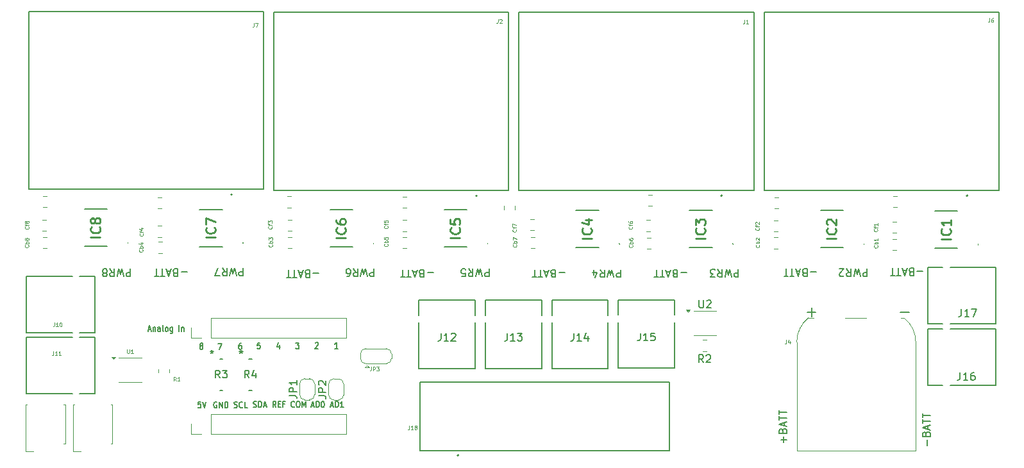
<source format=gbr>
%TF.GenerationSoftware,KiCad,Pcbnew,8.0.3*%
%TF.CreationDate,2025-06-03T03:43:46-07:00*%
%TF.ProjectId,Power_Distribution,506f7765-725f-4446-9973-747269627574,rev?*%
%TF.SameCoordinates,Original*%
%TF.FileFunction,Legend,Top*%
%TF.FilePolarity,Positive*%
%FSLAX46Y46*%
G04 Gerber Fmt 4.6, Leading zero omitted, Abs format (unit mm)*
G04 Created by KiCad (PCBNEW 8.0.3) date 2025-06-03 03:43:46*
%MOMM*%
%LPD*%
G01*
G04 APERTURE LIST*
%ADD10C,0.150000*%
%ADD11C,0.254000*%
%ADD12C,0.100000*%
%ADD13C,0.200000*%
%ADD14C,0.120000*%
%ADD15C,0.127000*%
%ADD16C,0.152400*%
G04 APERTURE END LIST*
D10*
X193211220Y-87861780D02*
X193211220Y-88861780D01*
X193211220Y-88861780D02*
X192830268Y-88861780D01*
X192830268Y-88861780D02*
X192735030Y-88814161D01*
X192735030Y-88814161D02*
X192687411Y-88766542D01*
X192687411Y-88766542D02*
X192639792Y-88671304D01*
X192639792Y-88671304D02*
X192639792Y-88528447D01*
X192639792Y-88528447D02*
X192687411Y-88433209D01*
X192687411Y-88433209D02*
X192735030Y-88385590D01*
X192735030Y-88385590D02*
X192830268Y-88337971D01*
X192830268Y-88337971D02*
X193211220Y-88337971D01*
X192306458Y-88861780D02*
X192068363Y-87861780D01*
X192068363Y-87861780D02*
X191877887Y-88576066D01*
X191877887Y-88576066D02*
X191687411Y-87861780D01*
X191687411Y-87861780D02*
X191449316Y-88861780D01*
X190496935Y-87861780D02*
X190830268Y-88337971D01*
X191068363Y-87861780D02*
X191068363Y-88861780D01*
X191068363Y-88861780D02*
X190687411Y-88861780D01*
X190687411Y-88861780D02*
X190592173Y-88814161D01*
X190592173Y-88814161D02*
X190544554Y-88766542D01*
X190544554Y-88766542D02*
X190496935Y-88671304D01*
X190496935Y-88671304D02*
X190496935Y-88528447D01*
X190496935Y-88528447D02*
X190544554Y-88433209D01*
X190544554Y-88433209D02*
X190592173Y-88385590D01*
X190592173Y-88385590D02*
X190687411Y-88337971D01*
X190687411Y-88337971D02*
X191068363Y-88337971D01*
X190115982Y-88766542D02*
X190068363Y-88814161D01*
X190068363Y-88814161D02*
X189973125Y-88861780D01*
X189973125Y-88861780D02*
X189735030Y-88861780D01*
X189735030Y-88861780D02*
X189639792Y-88814161D01*
X189639792Y-88814161D02*
X189592173Y-88766542D01*
X189592173Y-88766542D02*
X189544554Y-88671304D01*
X189544554Y-88671304D02*
X189544554Y-88576066D01*
X189544554Y-88576066D02*
X189592173Y-88433209D01*
X189592173Y-88433209D02*
X190163601Y-87861780D01*
X190163601Y-87861780D02*
X189544554Y-87861780D01*
X176193220Y-87912580D02*
X176193220Y-88912580D01*
X176193220Y-88912580D02*
X175812268Y-88912580D01*
X175812268Y-88912580D02*
X175717030Y-88864961D01*
X175717030Y-88864961D02*
X175669411Y-88817342D01*
X175669411Y-88817342D02*
X175621792Y-88722104D01*
X175621792Y-88722104D02*
X175621792Y-88579247D01*
X175621792Y-88579247D02*
X175669411Y-88484009D01*
X175669411Y-88484009D02*
X175717030Y-88436390D01*
X175717030Y-88436390D02*
X175812268Y-88388771D01*
X175812268Y-88388771D02*
X176193220Y-88388771D01*
X175288458Y-88912580D02*
X175050363Y-87912580D01*
X175050363Y-87912580D02*
X174859887Y-88626866D01*
X174859887Y-88626866D02*
X174669411Y-87912580D01*
X174669411Y-87912580D02*
X174431316Y-88912580D01*
X173478935Y-87912580D02*
X173812268Y-88388771D01*
X174050363Y-87912580D02*
X174050363Y-88912580D01*
X174050363Y-88912580D02*
X173669411Y-88912580D01*
X173669411Y-88912580D02*
X173574173Y-88864961D01*
X173574173Y-88864961D02*
X173526554Y-88817342D01*
X173526554Y-88817342D02*
X173478935Y-88722104D01*
X173478935Y-88722104D02*
X173478935Y-88579247D01*
X173478935Y-88579247D02*
X173526554Y-88484009D01*
X173526554Y-88484009D02*
X173574173Y-88436390D01*
X173574173Y-88436390D02*
X173669411Y-88388771D01*
X173669411Y-88388771D02*
X174050363Y-88388771D01*
X173145601Y-88912580D02*
X172526554Y-88912580D01*
X172526554Y-88912580D02*
X172859887Y-88531628D01*
X172859887Y-88531628D02*
X172717030Y-88531628D01*
X172717030Y-88531628D02*
X172621792Y-88484009D01*
X172621792Y-88484009D02*
X172574173Y-88436390D01*
X172574173Y-88436390D02*
X172526554Y-88341152D01*
X172526554Y-88341152D02*
X172526554Y-88103057D01*
X172526554Y-88103057D02*
X172574173Y-88007819D01*
X172574173Y-88007819D02*
X172621792Y-87960200D01*
X172621792Y-87960200D02*
X172717030Y-87912580D01*
X172717030Y-87912580D02*
X173002744Y-87912580D01*
X173002744Y-87912580D02*
X173097982Y-87960200D01*
X173097982Y-87960200D02*
X173145601Y-88007819D01*
X117573550Y-106067304D02*
X117540217Y-106105400D01*
X117540217Y-106105400D02*
X117440217Y-106143495D01*
X117440217Y-106143495D02*
X117373550Y-106143495D01*
X117373550Y-106143495D02*
X117273550Y-106105400D01*
X117273550Y-106105400D02*
X117206884Y-106029209D01*
X117206884Y-106029209D02*
X117173550Y-105953019D01*
X117173550Y-105953019D02*
X117140217Y-105800638D01*
X117140217Y-105800638D02*
X117140217Y-105686352D01*
X117140217Y-105686352D02*
X117173550Y-105533971D01*
X117173550Y-105533971D02*
X117206884Y-105457780D01*
X117206884Y-105457780D02*
X117273550Y-105381590D01*
X117273550Y-105381590D02*
X117373550Y-105343495D01*
X117373550Y-105343495D02*
X117440217Y-105343495D01*
X117440217Y-105343495D02*
X117540217Y-105381590D01*
X117540217Y-105381590D02*
X117573550Y-105419685D01*
X118006884Y-105343495D02*
X118140217Y-105343495D01*
X118140217Y-105343495D02*
X118206884Y-105381590D01*
X118206884Y-105381590D02*
X118273550Y-105457780D01*
X118273550Y-105457780D02*
X118306884Y-105610161D01*
X118306884Y-105610161D02*
X118306884Y-105876828D01*
X118306884Y-105876828D02*
X118273550Y-106029209D01*
X118273550Y-106029209D02*
X118206884Y-106105400D01*
X118206884Y-106105400D02*
X118140217Y-106143495D01*
X118140217Y-106143495D02*
X118006884Y-106143495D01*
X118006884Y-106143495D02*
X117940217Y-106105400D01*
X117940217Y-106105400D02*
X117873550Y-106029209D01*
X117873550Y-106029209D02*
X117840217Y-105876828D01*
X117840217Y-105876828D02*
X117840217Y-105610161D01*
X117840217Y-105610161D02*
X117873550Y-105457780D01*
X117873550Y-105457780D02*
X117940217Y-105381590D01*
X117940217Y-105381590D02*
X118006884Y-105343495D01*
X118606883Y-106143495D02*
X118606883Y-105343495D01*
X118606883Y-105343495D02*
X118840217Y-105914923D01*
X118840217Y-105914923D02*
X119073550Y-105343495D01*
X119073550Y-105343495D02*
X119073550Y-106143495D01*
X103396820Y-88242733D02*
X102634916Y-88242733D01*
X101825392Y-88385590D02*
X101682535Y-88337971D01*
X101682535Y-88337971D02*
X101634916Y-88290352D01*
X101634916Y-88290352D02*
X101587297Y-88195114D01*
X101587297Y-88195114D02*
X101587297Y-88052257D01*
X101587297Y-88052257D02*
X101634916Y-87957019D01*
X101634916Y-87957019D02*
X101682535Y-87909400D01*
X101682535Y-87909400D02*
X101777773Y-87861780D01*
X101777773Y-87861780D02*
X102158725Y-87861780D01*
X102158725Y-87861780D02*
X102158725Y-88861780D01*
X102158725Y-88861780D02*
X101825392Y-88861780D01*
X101825392Y-88861780D02*
X101730154Y-88814161D01*
X101730154Y-88814161D02*
X101682535Y-88766542D01*
X101682535Y-88766542D02*
X101634916Y-88671304D01*
X101634916Y-88671304D02*
X101634916Y-88576066D01*
X101634916Y-88576066D02*
X101682535Y-88480828D01*
X101682535Y-88480828D02*
X101730154Y-88433209D01*
X101730154Y-88433209D02*
X101825392Y-88385590D01*
X101825392Y-88385590D02*
X102158725Y-88385590D01*
X101206344Y-88147495D02*
X100730154Y-88147495D01*
X101301582Y-87861780D02*
X100968249Y-88861780D01*
X100968249Y-88861780D02*
X100634916Y-87861780D01*
X100444439Y-88861780D02*
X99873011Y-88861780D01*
X100158725Y-87861780D02*
X100158725Y-88861780D01*
X99682534Y-88861780D02*
X99111106Y-88861780D01*
X99396820Y-87861780D02*
X99396820Y-88861780D01*
X128085620Y-87861780D02*
X128085620Y-88861780D01*
X128085620Y-88861780D02*
X127704668Y-88861780D01*
X127704668Y-88861780D02*
X127609430Y-88814161D01*
X127609430Y-88814161D02*
X127561811Y-88766542D01*
X127561811Y-88766542D02*
X127514192Y-88671304D01*
X127514192Y-88671304D02*
X127514192Y-88528447D01*
X127514192Y-88528447D02*
X127561811Y-88433209D01*
X127561811Y-88433209D02*
X127609430Y-88385590D01*
X127609430Y-88385590D02*
X127704668Y-88337971D01*
X127704668Y-88337971D02*
X128085620Y-88337971D01*
X127180858Y-88861780D02*
X126942763Y-87861780D01*
X126942763Y-87861780D02*
X126752287Y-88576066D01*
X126752287Y-88576066D02*
X126561811Y-87861780D01*
X126561811Y-87861780D02*
X126323716Y-88861780D01*
X125371335Y-87861780D02*
X125704668Y-88337971D01*
X125942763Y-87861780D02*
X125942763Y-88861780D01*
X125942763Y-88861780D02*
X125561811Y-88861780D01*
X125561811Y-88861780D02*
X125466573Y-88814161D01*
X125466573Y-88814161D02*
X125418954Y-88766542D01*
X125418954Y-88766542D02*
X125371335Y-88671304D01*
X125371335Y-88671304D02*
X125371335Y-88528447D01*
X125371335Y-88528447D02*
X125418954Y-88433209D01*
X125418954Y-88433209D02*
X125466573Y-88385590D01*
X125466573Y-88385590D02*
X125561811Y-88337971D01*
X125561811Y-88337971D02*
X125942763Y-88337971D01*
X124514192Y-88861780D02*
X124704668Y-88861780D01*
X124704668Y-88861780D02*
X124799906Y-88814161D01*
X124799906Y-88814161D02*
X124847525Y-88766542D01*
X124847525Y-88766542D02*
X124942763Y-88623685D01*
X124942763Y-88623685D02*
X124990382Y-88433209D01*
X124990382Y-88433209D02*
X124990382Y-88052257D01*
X124990382Y-88052257D02*
X124942763Y-87957019D01*
X124942763Y-87957019D02*
X124895144Y-87909400D01*
X124895144Y-87909400D02*
X124799906Y-87861780D01*
X124799906Y-87861780D02*
X124609430Y-87861780D01*
X124609430Y-87861780D02*
X124514192Y-87909400D01*
X124514192Y-87909400D02*
X124466573Y-87957019D01*
X124466573Y-87957019D02*
X124418954Y-88052257D01*
X124418954Y-88052257D02*
X124418954Y-88290352D01*
X124418954Y-88290352D02*
X124466573Y-88385590D01*
X124466573Y-88385590D02*
X124514192Y-88433209D01*
X124514192Y-88433209D02*
X124609430Y-88480828D01*
X124609430Y-88480828D02*
X124799906Y-88480828D01*
X124799906Y-88480828D02*
X124895144Y-88433209D01*
X124895144Y-88433209D02*
X124942763Y-88385590D01*
X124942763Y-88385590D02*
X124990382Y-88290352D01*
X112161817Y-106105400D02*
X112261817Y-106143495D01*
X112261817Y-106143495D02*
X112428484Y-106143495D01*
X112428484Y-106143495D02*
X112495150Y-106105400D01*
X112495150Y-106105400D02*
X112528484Y-106067304D01*
X112528484Y-106067304D02*
X112561817Y-105991114D01*
X112561817Y-105991114D02*
X112561817Y-105914923D01*
X112561817Y-105914923D02*
X112528484Y-105838733D01*
X112528484Y-105838733D02*
X112495150Y-105800638D01*
X112495150Y-105800638D02*
X112428484Y-105762542D01*
X112428484Y-105762542D02*
X112295150Y-105724447D01*
X112295150Y-105724447D02*
X112228484Y-105686352D01*
X112228484Y-105686352D02*
X112195150Y-105648257D01*
X112195150Y-105648257D02*
X112161817Y-105572066D01*
X112161817Y-105572066D02*
X112161817Y-105495876D01*
X112161817Y-105495876D02*
X112195150Y-105419685D01*
X112195150Y-105419685D02*
X112228484Y-105381590D01*
X112228484Y-105381590D02*
X112295150Y-105343495D01*
X112295150Y-105343495D02*
X112461817Y-105343495D01*
X112461817Y-105343495D02*
X112561817Y-105381590D01*
X112861817Y-106143495D02*
X112861817Y-105343495D01*
X112861817Y-105343495D02*
X113028484Y-105343495D01*
X113028484Y-105343495D02*
X113128484Y-105381590D01*
X113128484Y-105381590D02*
X113195151Y-105457780D01*
X113195151Y-105457780D02*
X113228484Y-105533971D01*
X113228484Y-105533971D02*
X113261817Y-105686352D01*
X113261817Y-105686352D02*
X113261817Y-105800638D01*
X113261817Y-105800638D02*
X113228484Y-105953019D01*
X113228484Y-105953019D02*
X113195151Y-106029209D01*
X113195151Y-106029209D02*
X113128484Y-106105400D01*
X113128484Y-106105400D02*
X113028484Y-106143495D01*
X113028484Y-106143495D02*
X112861817Y-106143495D01*
X113528484Y-105914923D02*
X113861817Y-105914923D01*
X113461817Y-106143495D02*
X113695151Y-105343495D01*
X113695151Y-105343495D02*
X113928484Y-106143495D01*
X107505684Y-97723495D02*
X107972350Y-97723495D01*
X107972350Y-97723495D02*
X107672350Y-98523495D01*
X115644750Y-97888561D02*
X115644750Y-98421895D01*
X115478084Y-97583800D02*
X115311417Y-98155228D01*
X115311417Y-98155228D02*
X115744750Y-98155228D01*
X109621817Y-106156200D02*
X109721817Y-106194295D01*
X109721817Y-106194295D02*
X109888484Y-106194295D01*
X109888484Y-106194295D02*
X109955150Y-106156200D01*
X109955150Y-106156200D02*
X109988484Y-106118104D01*
X109988484Y-106118104D02*
X110021817Y-106041914D01*
X110021817Y-106041914D02*
X110021817Y-105965723D01*
X110021817Y-105965723D02*
X109988484Y-105889533D01*
X109988484Y-105889533D02*
X109955150Y-105851438D01*
X109955150Y-105851438D02*
X109888484Y-105813342D01*
X109888484Y-105813342D02*
X109755150Y-105775247D01*
X109755150Y-105775247D02*
X109688484Y-105737152D01*
X109688484Y-105737152D02*
X109655150Y-105699057D01*
X109655150Y-105699057D02*
X109621817Y-105622866D01*
X109621817Y-105622866D02*
X109621817Y-105546676D01*
X109621817Y-105546676D02*
X109655150Y-105470485D01*
X109655150Y-105470485D02*
X109688484Y-105432390D01*
X109688484Y-105432390D02*
X109755150Y-105394295D01*
X109755150Y-105394295D02*
X109921817Y-105394295D01*
X109921817Y-105394295D02*
X110021817Y-105432390D01*
X110721817Y-106118104D02*
X110688484Y-106156200D01*
X110688484Y-106156200D02*
X110588484Y-106194295D01*
X110588484Y-106194295D02*
X110521817Y-106194295D01*
X110521817Y-106194295D02*
X110421817Y-106156200D01*
X110421817Y-106156200D02*
X110355151Y-106080009D01*
X110355151Y-106080009D02*
X110321817Y-106003819D01*
X110321817Y-106003819D02*
X110288484Y-105851438D01*
X110288484Y-105851438D02*
X110288484Y-105737152D01*
X110288484Y-105737152D02*
X110321817Y-105584771D01*
X110321817Y-105584771D02*
X110355151Y-105508580D01*
X110355151Y-105508580D02*
X110421817Y-105432390D01*
X110421817Y-105432390D02*
X110521817Y-105394295D01*
X110521817Y-105394295D02*
X110588484Y-105394295D01*
X110588484Y-105394295D02*
X110688484Y-105432390D01*
X110688484Y-105432390D02*
X110721817Y-105470485D01*
X111355151Y-106194295D02*
X111021817Y-106194295D01*
X111021817Y-106194295D02*
X111021817Y-105394295D01*
X115135150Y-106143495D02*
X114901817Y-105762542D01*
X114735150Y-106143495D02*
X114735150Y-105343495D01*
X114735150Y-105343495D02*
X115001817Y-105343495D01*
X115001817Y-105343495D02*
X115068484Y-105381590D01*
X115068484Y-105381590D02*
X115101817Y-105419685D01*
X115101817Y-105419685D02*
X115135150Y-105495876D01*
X115135150Y-105495876D02*
X115135150Y-105610161D01*
X115135150Y-105610161D02*
X115101817Y-105686352D01*
X115101817Y-105686352D02*
X115068484Y-105724447D01*
X115068484Y-105724447D02*
X115001817Y-105762542D01*
X115001817Y-105762542D02*
X114735150Y-105762542D01*
X115435150Y-105724447D02*
X115668484Y-105724447D01*
X115768484Y-106143495D02*
X115435150Y-106143495D01*
X115435150Y-106143495D02*
X115435150Y-105343495D01*
X115435150Y-105343495D02*
X115768484Y-105343495D01*
X116301817Y-105724447D02*
X116068483Y-105724447D01*
X116068483Y-106143495D02*
X116068483Y-105343495D01*
X116068483Y-105343495D02*
X116401817Y-105343495D01*
X182198866Y-110783220D02*
X182198866Y-110021316D01*
X182579819Y-110402268D02*
X181817914Y-110402268D01*
X182056009Y-109211792D02*
X182103628Y-109068935D01*
X182103628Y-109068935D02*
X182151247Y-109021316D01*
X182151247Y-109021316D02*
X182246485Y-108973697D01*
X182246485Y-108973697D02*
X182389342Y-108973697D01*
X182389342Y-108973697D02*
X182484580Y-109021316D01*
X182484580Y-109021316D02*
X182532200Y-109068935D01*
X182532200Y-109068935D02*
X182579819Y-109164173D01*
X182579819Y-109164173D02*
X182579819Y-109545125D01*
X182579819Y-109545125D02*
X181579819Y-109545125D01*
X181579819Y-109545125D02*
X181579819Y-109211792D01*
X181579819Y-109211792D02*
X181627438Y-109116554D01*
X181627438Y-109116554D02*
X181675057Y-109068935D01*
X181675057Y-109068935D02*
X181770295Y-109021316D01*
X181770295Y-109021316D02*
X181865533Y-109021316D01*
X181865533Y-109021316D02*
X181960771Y-109068935D01*
X181960771Y-109068935D02*
X182008390Y-109116554D01*
X182008390Y-109116554D02*
X182056009Y-109211792D01*
X182056009Y-109211792D02*
X182056009Y-109545125D01*
X182294104Y-108592744D02*
X182294104Y-108116554D01*
X182579819Y-108687982D02*
X181579819Y-108354649D01*
X181579819Y-108354649D02*
X182579819Y-108021316D01*
X181579819Y-107830839D02*
X181579819Y-107259411D01*
X182579819Y-107545125D02*
X181579819Y-107545125D01*
X181579819Y-107068934D02*
X181579819Y-106497506D01*
X182579819Y-106783220D02*
X181579819Y-106783220D01*
X98293417Y-95856523D02*
X98626750Y-95856523D01*
X98226750Y-96085095D02*
X98460084Y-95285095D01*
X98460084Y-95285095D02*
X98693417Y-96085095D01*
X98926750Y-95551761D02*
X98926750Y-96085095D01*
X98926750Y-95627952D02*
X98960084Y-95589857D01*
X98960084Y-95589857D02*
X99026750Y-95551761D01*
X99026750Y-95551761D02*
X99126750Y-95551761D01*
X99126750Y-95551761D02*
X99193417Y-95589857D01*
X99193417Y-95589857D02*
X99226750Y-95666047D01*
X99226750Y-95666047D02*
X99226750Y-96085095D01*
X99860083Y-96085095D02*
X99860083Y-95666047D01*
X99860083Y-95666047D02*
X99826750Y-95589857D01*
X99826750Y-95589857D02*
X99760083Y-95551761D01*
X99760083Y-95551761D02*
X99626750Y-95551761D01*
X99626750Y-95551761D02*
X99560083Y-95589857D01*
X99860083Y-96047000D02*
X99793417Y-96085095D01*
X99793417Y-96085095D02*
X99626750Y-96085095D01*
X99626750Y-96085095D02*
X99560083Y-96047000D01*
X99560083Y-96047000D02*
X99526750Y-95970809D01*
X99526750Y-95970809D02*
X99526750Y-95894619D01*
X99526750Y-95894619D02*
X99560083Y-95818428D01*
X99560083Y-95818428D02*
X99626750Y-95780333D01*
X99626750Y-95780333D02*
X99793417Y-95780333D01*
X99793417Y-95780333D02*
X99860083Y-95742238D01*
X100293416Y-96085095D02*
X100226750Y-96047000D01*
X100226750Y-96047000D02*
X100193416Y-95970809D01*
X100193416Y-95970809D02*
X100193416Y-95285095D01*
X100660083Y-96085095D02*
X100593417Y-96047000D01*
X100593417Y-96047000D02*
X100560083Y-96008904D01*
X100560083Y-96008904D02*
X100526750Y-95932714D01*
X100526750Y-95932714D02*
X100526750Y-95704142D01*
X100526750Y-95704142D02*
X100560083Y-95627952D01*
X100560083Y-95627952D02*
X100593417Y-95589857D01*
X100593417Y-95589857D02*
X100660083Y-95551761D01*
X100660083Y-95551761D02*
X100760083Y-95551761D01*
X100760083Y-95551761D02*
X100826750Y-95589857D01*
X100826750Y-95589857D02*
X100860083Y-95627952D01*
X100860083Y-95627952D02*
X100893417Y-95704142D01*
X100893417Y-95704142D02*
X100893417Y-95932714D01*
X100893417Y-95932714D02*
X100860083Y-96008904D01*
X100860083Y-96008904D02*
X100826750Y-96047000D01*
X100826750Y-96047000D02*
X100760083Y-96085095D01*
X100760083Y-96085095D02*
X100660083Y-96085095D01*
X101493416Y-95551761D02*
X101493416Y-96199380D01*
X101493416Y-96199380D02*
X101460083Y-96275571D01*
X101460083Y-96275571D02*
X101426750Y-96313666D01*
X101426750Y-96313666D02*
X101360083Y-96351761D01*
X101360083Y-96351761D02*
X101260083Y-96351761D01*
X101260083Y-96351761D02*
X101193416Y-96313666D01*
X101493416Y-96047000D02*
X101426750Y-96085095D01*
X101426750Y-96085095D02*
X101293416Y-96085095D01*
X101293416Y-96085095D02*
X101226750Y-96047000D01*
X101226750Y-96047000D02*
X101193416Y-96008904D01*
X101193416Y-96008904D02*
X101160083Y-95932714D01*
X101160083Y-95932714D02*
X101160083Y-95704142D01*
X101160083Y-95704142D02*
X101193416Y-95627952D01*
X101193416Y-95627952D02*
X101226750Y-95589857D01*
X101226750Y-95589857D02*
X101293416Y-95551761D01*
X101293416Y-95551761D02*
X101426750Y-95551761D01*
X101426750Y-95551761D02*
X101493416Y-95589857D01*
X102360082Y-96085095D02*
X102360082Y-95285095D01*
X102693415Y-95551761D02*
X102693415Y-96085095D01*
X102693415Y-95627952D02*
X102726749Y-95589857D01*
X102726749Y-95589857D02*
X102793415Y-95551761D01*
X102793415Y-95551761D02*
X102893415Y-95551761D01*
X102893415Y-95551761D02*
X102960082Y-95589857D01*
X102960082Y-95589857D02*
X102993415Y-95666047D01*
X102993415Y-95666047D02*
X102993415Y-96085095D01*
X110564750Y-97672695D02*
X110431417Y-97672695D01*
X110431417Y-97672695D02*
X110364750Y-97710790D01*
X110364750Y-97710790D02*
X110331417Y-97748885D01*
X110331417Y-97748885D02*
X110264750Y-97863171D01*
X110264750Y-97863171D02*
X110231417Y-98015552D01*
X110231417Y-98015552D02*
X110231417Y-98320314D01*
X110231417Y-98320314D02*
X110264750Y-98396504D01*
X110264750Y-98396504D02*
X110298084Y-98434600D01*
X110298084Y-98434600D02*
X110364750Y-98472695D01*
X110364750Y-98472695D02*
X110498084Y-98472695D01*
X110498084Y-98472695D02*
X110564750Y-98434600D01*
X110564750Y-98434600D02*
X110598084Y-98396504D01*
X110598084Y-98396504D02*
X110631417Y-98320314D01*
X110631417Y-98320314D02*
X110631417Y-98129838D01*
X110631417Y-98129838D02*
X110598084Y-98053647D01*
X110598084Y-98053647D02*
X110564750Y-98015552D01*
X110564750Y-98015552D02*
X110498084Y-97977457D01*
X110498084Y-97977457D02*
X110364750Y-97977457D01*
X110364750Y-97977457D02*
X110298084Y-98015552D01*
X110298084Y-98015552D02*
X110264750Y-98053647D01*
X110264750Y-98053647D02*
X110231417Y-98129838D01*
X110813620Y-87760180D02*
X110813620Y-88760180D01*
X110813620Y-88760180D02*
X110432668Y-88760180D01*
X110432668Y-88760180D02*
X110337430Y-88712561D01*
X110337430Y-88712561D02*
X110289811Y-88664942D01*
X110289811Y-88664942D02*
X110242192Y-88569704D01*
X110242192Y-88569704D02*
X110242192Y-88426847D01*
X110242192Y-88426847D02*
X110289811Y-88331609D01*
X110289811Y-88331609D02*
X110337430Y-88283990D01*
X110337430Y-88283990D02*
X110432668Y-88236371D01*
X110432668Y-88236371D02*
X110813620Y-88236371D01*
X109908858Y-88760180D02*
X109670763Y-87760180D01*
X109670763Y-87760180D02*
X109480287Y-88474466D01*
X109480287Y-88474466D02*
X109289811Y-87760180D01*
X109289811Y-87760180D02*
X109051716Y-88760180D01*
X108099335Y-87760180D02*
X108432668Y-88236371D01*
X108670763Y-87760180D02*
X108670763Y-88760180D01*
X108670763Y-88760180D02*
X108289811Y-88760180D01*
X108289811Y-88760180D02*
X108194573Y-88712561D01*
X108194573Y-88712561D02*
X108146954Y-88664942D01*
X108146954Y-88664942D02*
X108099335Y-88569704D01*
X108099335Y-88569704D02*
X108099335Y-88426847D01*
X108099335Y-88426847D02*
X108146954Y-88331609D01*
X108146954Y-88331609D02*
X108194573Y-88283990D01*
X108194573Y-88283990D02*
X108289811Y-88236371D01*
X108289811Y-88236371D02*
X108670763Y-88236371D01*
X107766001Y-88760180D02*
X107099335Y-88760180D01*
X107099335Y-88760180D02*
X107527906Y-87760180D01*
X169386020Y-88344333D02*
X168624116Y-88344333D01*
X167814592Y-88487190D02*
X167671735Y-88439571D01*
X167671735Y-88439571D02*
X167624116Y-88391952D01*
X167624116Y-88391952D02*
X167576497Y-88296714D01*
X167576497Y-88296714D02*
X167576497Y-88153857D01*
X167576497Y-88153857D02*
X167624116Y-88058619D01*
X167624116Y-88058619D02*
X167671735Y-88011000D01*
X167671735Y-88011000D02*
X167766973Y-87963380D01*
X167766973Y-87963380D02*
X168147925Y-87963380D01*
X168147925Y-87963380D02*
X168147925Y-88963380D01*
X168147925Y-88963380D02*
X167814592Y-88963380D01*
X167814592Y-88963380D02*
X167719354Y-88915761D01*
X167719354Y-88915761D02*
X167671735Y-88868142D01*
X167671735Y-88868142D02*
X167624116Y-88772904D01*
X167624116Y-88772904D02*
X167624116Y-88677666D01*
X167624116Y-88677666D02*
X167671735Y-88582428D01*
X167671735Y-88582428D02*
X167719354Y-88534809D01*
X167719354Y-88534809D02*
X167814592Y-88487190D01*
X167814592Y-88487190D02*
X168147925Y-88487190D01*
X167195544Y-88249095D02*
X166719354Y-88249095D01*
X167290782Y-87963380D02*
X166957449Y-88963380D01*
X166957449Y-88963380D02*
X166624116Y-87963380D01*
X166433639Y-88963380D02*
X165862211Y-88963380D01*
X166147925Y-87963380D02*
X166147925Y-88963380D01*
X165671734Y-88963380D02*
X165100306Y-88963380D01*
X165386020Y-87963380D02*
X165386020Y-88963380D01*
X153282420Y-88344333D02*
X152520516Y-88344333D01*
X151710992Y-88487190D02*
X151568135Y-88439571D01*
X151568135Y-88439571D02*
X151520516Y-88391952D01*
X151520516Y-88391952D02*
X151472897Y-88296714D01*
X151472897Y-88296714D02*
X151472897Y-88153857D01*
X151472897Y-88153857D02*
X151520516Y-88058619D01*
X151520516Y-88058619D02*
X151568135Y-88011000D01*
X151568135Y-88011000D02*
X151663373Y-87963380D01*
X151663373Y-87963380D02*
X152044325Y-87963380D01*
X152044325Y-87963380D02*
X152044325Y-88963380D01*
X152044325Y-88963380D02*
X151710992Y-88963380D01*
X151710992Y-88963380D02*
X151615754Y-88915761D01*
X151615754Y-88915761D02*
X151568135Y-88868142D01*
X151568135Y-88868142D02*
X151520516Y-88772904D01*
X151520516Y-88772904D02*
X151520516Y-88677666D01*
X151520516Y-88677666D02*
X151568135Y-88582428D01*
X151568135Y-88582428D02*
X151615754Y-88534809D01*
X151615754Y-88534809D02*
X151710992Y-88487190D01*
X151710992Y-88487190D02*
X152044325Y-88487190D01*
X151091944Y-88249095D02*
X150615754Y-88249095D01*
X151187182Y-87963380D02*
X150853849Y-88963380D01*
X150853849Y-88963380D02*
X150520516Y-87963380D01*
X150330039Y-88963380D02*
X149758611Y-88963380D01*
X150044325Y-87963380D02*
X150044325Y-88963380D01*
X149568134Y-88963380D02*
X148996706Y-88963380D01*
X149282420Y-87963380D02*
X149282420Y-88963380D01*
X120821220Y-88395133D02*
X120059316Y-88395133D01*
X119249792Y-88537990D02*
X119106935Y-88490371D01*
X119106935Y-88490371D02*
X119059316Y-88442752D01*
X119059316Y-88442752D02*
X119011697Y-88347514D01*
X119011697Y-88347514D02*
X119011697Y-88204657D01*
X119011697Y-88204657D02*
X119059316Y-88109419D01*
X119059316Y-88109419D02*
X119106935Y-88061800D01*
X119106935Y-88061800D02*
X119202173Y-88014180D01*
X119202173Y-88014180D02*
X119583125Y-88014180D01*
X119583125Y-88014180D02*
X119583125Y-89014180D01*
X119583125Y-89014180D02*
X119249792Y-89014180D01*
X119249792Y-89014180D02*
X119154554Y-88966561D01*
X119154554Y-88966561D02*
X119106935Y-88918942D01*
X119106935Y-88918942D02*
X119059316Y-88823704D01*
X119059316Y-88823704D02*
X119059316Y-88728466D01*
X119059316Y-88728466D02*
X119106935Y-88633228D01*
X119106935Y-88633228D02*
X119154554Y-88585609D01*
X119154554Y-88585609D02*
X119249792Y-88537990D01*
X119249792Y-88537990D02*
X119583125Y-88537990D01*
X118630744Y-88299895D02*
X118154554Y-88299895D01*
X118725982Y-88014180D02*
X118392649Y-89014180D01*
X118392649Y-89014180D02*
X118059316Y-88014180D01*
X117868839Y-89014180D02*
X117297411Y-89014180D01*
X117583125Y-88014180D02*
X117583125Y-89014180D01*
X117106934Y-89014180D02*
X116535506Y-89014180D01*
X116821220Y-88014180D02*
X116821220Y-89014180D01*
X135908820Y-88344333D02*
X135146916Y-88344333D01*
X134337392Y-88487190D02*
X134194535Y-88439571D01*
X134194535Y-88439571D02*
X134146916Y-88391952D01*
X134146916Y-88391952D02*
X134099297Y-88296714D01*
X134099297Y-88296714D02*
X134099297Y-88153857D01*
X134099297Y-88153857D02*
X134146916Y-88058619D01*
X134146916Y-88058619D02*
X134194535Y-88011000D01*
X134194535Y-88011000D02*
X134289773Y-87963380D01*
X134289773Y-87963380D02*
X134670725Y-87963380D01*
X134670725Y-87963380D02*
X134670725Y-88963380D01*
X134670725Y-88963380D02*
X134337392Y-88963380D01*
X134337392Y-88963380D02*
X134242154Y-88915761D01*
X134242154Y-88915761D02*
X134194535Y-88868142D01*
X134194535Y-88868142D02*
X134146916Y-88772904D01*
X134146916Y-88772904D02*
X134146916Y-88677666D01*
X134146916Y-88677666D02*
X134194535Y-88582428D01*
X134194535Y-88582428D02*
X134242154Y-88534809D01*
X134242154Y-88534809D02*
X134337392Y-88487190D01*
X134337392Y-88487190D02*
X134670725Y-88487190D01*
X133718344Y-88249095D02*
X133242154Y-88249095D01*
X133813582Y-87963380D02*
X133480249Y-88963380D01*
X133480249Y-88963380D02*
X133146916Y-87963380D01*
X132956439Y-88963380D02*
X132385011Y-88963380D01*
X132670725Y-87963380D02*
X132670725Y-88963380D01*
X132194534Y-88963380D02*
X131623106Y-88963380D01*
X131908820Y-87963380D02*
X131908820Y-88963380D01*
X105233950Y-98020552D02*
X105167284Y-97982457D01*
X105167284Y-97982457D02*
X105133950Y-97944361D01*
X105133950Y-97944361D02*
X105100617Y-97868171D01*
X105100617Y-97868171D02*
X105100617Y-97830076D01*
X105100617Y-97830076D02*
X105133950Y-97753885D01*
X105133950Y-97753885D02*
X105167284Y-97715790D01*
X105167284Y-97715790D02*
X105233950Y-97677695D01*
X105233950Y-97677695D02*
X105367284Y-97677695D01*
X105367284Y-97677695D02*
X105433950Y-97715790D01*
X105433950Y-97715790D02*
X105467284Y-97753885D01*
X105467284Y-97753885D02*
X105500617Y-97830076D01*
X105500617Y-97830076D02*
X105500617Y-97868171D01*
X105500617Y-97868171D02*
X105467284Y-97944361D01*
X105467284Y-97944361D02*
X105433950Y-97982457D01*
X105433950Y-97982457D02*
X105367284Y-98020552D01*
X105367284Y-98020552D02*
X105233950Y-98020552D01*
X105233950Y-98020552D02*
X105167284Y-98058647D01*
X105167284Y-98058647D02*
X105133950Y-98096742D01*
X105133950Y-98096742D02*
X105100617Y-98172933D01*
X105100617Y-98172933D02*
X105100617Y-98325314D01*
X105100617Y-98325314D02*
X105133950Y-98401504D01*
X105133950Y-98401504D02*
X105167284Y-98439600D01*
X105167284Y-98439600D02*
X105233950Y-98477695D01*
X105233950Y-98477695D02*
X105367284Y-98477695D01*
X105367284Y-98477695D02*
X105433950Y-98439600D01*
X105433950Y-98439600D02*
X105467284Y-98401504D01*
X105467284Y-98401504D02*
X105500617Y-98325314D01*
X105500617Y-98325314D02*
X105500617Y-98172933D01*
X105500617Y-98172933D02*
X105467284Y-98096742D01*
X105467284Y-98096742D02*
X105433950Y-98058647D01*
X105433950Y-98058647D02*
X105367284Y-98020552D01*
X107329417Y-105432390D02*
X107262750Y-105394295D01*
X107262750Y-105394295D02*
X107162750Y-105394295D01*
X107162750Y-105394295D02*
X107062750Y-105432390D01*
X107062750Y-105432390D02*
X106996084Y-105508580D01*
X106996084Y-105508580D02*
X106962750Y-105584771D01*
X106962750Y-105584771D02*
X106929417Y-105737152D01*
X106929417Y-105737152D02*
X106929417Y-105851438D01*
X106929417Y-105851438D02*
X106962750Y-106003819D01*
X106962750Y-106003819D02*
X106996084Y-106080009D01*
X106996084Y-106080009D02*
X107062750Y-106156200D01*
X107062750Y-106156200D02*
X107162750Y-106194295D01*
X107162750Y-106194295D02*
X107229417Y-106194295D01*
X107229417Y-106194295D02*
X107329417Y-106156200D01*
X107329417Y-106156200D02*
X107362750Y-106118104D01*
X107362750Y-106118104D02*
X107362750Y-105851438D01*
X107362750Y-105851438D02*
X107229417Y-105851438D01*
X107662750Y-106194295D02*
X107662750Y-105394295D01*
X107662750Y-105394295D02*
X108062750Y-106194295D01*
X108062750Y-106194295D02*
X108062750Y-105394295D01*
X108396083Y-106194295D02*
X108396083Y-105394295D01*
X108396083Y-105394295D02*
X108562750Y-105394295D01*
X108562750Y-105394295D02*
X108662750Y-105432390D01*
X108662750Y-105432390D02*
X108729417Y-105508580D01*
X108729417Y-105508580D02*
X108762750Y-105584771D01*
X108762750Y-105584771D02*
X108796083Y-105737152D01*
X108796083Y-105737152D02*
X108796083Y-105851438D01*
X108796083Y-105851438D02*
X108762750Y-106003819D01*
X108762750Y-106003819D02*
X108729417Y-106080009D01*
X108729417Y-106080009D02*
X108662750Y-106156200D01*
X108662750Y-106156200D02*
X108562750Y-106194295D01*
X108562750Y-106194295D02*
X108396083Y-106194295D01*
X160648420Y-87963380D02*
X160648420Y-88963380D01*
X160648420Y-88963380D02*
X160267468Y-88963380D01*
X160267468Y-88963380D02*
X160172230Y-88915761D01*
X160172230Y-88915761D02*
X160124611Y-88868142D01*
X160124611Y-88868142D02*
X160076992Y-88772904D01*
X160076992Y-88772904D02*
X160076992Y-88630047D01*
X160076992Y-88630047D02*
X160124611Y-88534809D01*
X160124611Y-88534809D02*
X160172230Y-88487190D01*
X160172230Y-88487190D02*
X160267468Y-88439571D01*
X160267468Y-88439571D02*
X160648420Y-88439571D01*
X159743658Y-88963380D02*
X159505563Y-87963380D01*
X159505563Y-87963380D02*
X159315087Y-88677666D01*
X159315087Y-88677666D02*
X159124611Y-87963380D01*
X159124611Y-87963380D02*
X158886516Y-88963380D01*
X157934135Y-87963380D02*
X158267468Y-88439571D01*
X158505563Y-87963380D02*
X158505563Y-88963380D01*
X158505563Y-88963380D02*
X158124611Y-88963380D01*
X158124611Y-88963380D02*
X158029373Y-88915761D01*
X158029373Y-88915761D02*
X157981754Y-88868142D01*
X157981754Y-88868142D02*
X157934135Y-88772904D01*
X157934135Y-88772904D02*
X157934135Y-88630047D01*
X157934135Y-88630047D02*
X157981754Y-88534809D01*
X157981754Y-88534809D02*
X158029373Y-88487190D01*
X158029373Y-88487190D02*
X158124611Y-88439571D01*
X158124611Y-88439571D02*
X158505563Y-88439571D01*
X157076992Y-88630047D02*
X157076992Y-87963380D01*
X157315087Y-89011000D02*
X157553182Y-88296714D01*
X157553182Y-88296714D02*
X156934135Y-88296714D01*
X201138866Y-111213220D02*
X201138866Y-110451316D01*
X200996009Y-109641792D02*
X201043628Y-109498935D01*
X201043628Y-109498935D02*
X201091247Y-109451316D01*
X201091247Y-109451316D02*
X201186485Y-109403697D01*
X201186485Y-109403697D02*
X201329342Y-109403697D01*
X201329342Y-109403697D02*
X201424580Y-109451316D01*
X201424580Y-109451316D02*
X201472200Y-109498935D01*
X201472200Y-109498935D02*
X201519819Y-109594173D01*
X201519819Y-109594173D02*
X201519819Y-109975125D01*
X201519819Y-109975125D02*
X200519819Y-109975125D01*
X200519819Y-109975125D02*
X200519819Y-109641792D01*
X200519819Y-109641792D02*
X200567438Y-109546554D01*
X200567438Y-109546554D02*
X200615057Y-109498935D01*
X200615057Y-109498935D02*
X200710295Y-109451316D01*
X200710295Y-109451316D02*
X200805533Y-109451316D01*
X200805533Y-109451316D02*
X200900771Y-109498935D01*
X200900771Y-109498935D02*
X200948390Y-109546554D01*
X200948390Y-109546554D02*
X200996009Y-109641792D01*
X200996009Y-109641792D02*
X200996009Y-109975125D01*
X201234104Y-109022744D02*
X201234104Y-108546554D01*
X201519819Y-109117982D02*
X200519819Y-108784649D01*
X200519819Y-108784649D02*
X201519819Y-108451316D01*
X200519819Y-108260839D02*
X200519819Y-107689411D01*
X201519819Y-107975125D02*
X200519819Y-107975125D01*
X200519819Y-107498934D02*
X200519819Y-106927506D01*
X201519819Y-107213220D02*
X200519819Y-107213220D01*
X200577220Y-88141133D02*
X199815316Y-88141133D01*
X199005792Y-88283990D02*
X198862935Y-88236371D01*
X198862935Y-88236371D02*
X198815316Y-88188752D01*
X198815316Y-88188752D02*
X198767697Y-88093514D01*
X198767697Y-88093514D02*
X198767697Y-87950657D01*
X198767697Y-87950657D02*
X198815316Y-87855419D01*
X198815316Y-87855419D02*
X198862935Y-87807800D01*
X198862935Y-87807800D02*
X198958173Y-87760180D01*
X198958173Y-87760180D02*
X199339125Y-87760180D01*
X199339125Y-87760180D02*
X199339125Y-88760180D01*
X199339125Y-88760180D02*
X199005792Y-88760180D01*
X199005792Y-88760180D02*
X198910554Y-88712561D01*
X198910554Y-88712561D02*
X198862935Y-88664942D01*
X198862935Y-88664942D02*
X198815316Y-88569704D01*
X198815316Y-88569704D02*
X198815316Y-88474466D01*
X198815316Y-88474466D02*
X198862935Y-88379228D01*
X198862935Y-88379228D02*
X198910554Y-88331609D01*
X198910554Y-88331609D02*
X199005792Y-88283990D01*
X199005792Y-88283990D02*
X199339125Y-88283990D01*
X198386744Y-88045895D02*
X197910554Y-88045895D01*
X198481982Y-87760180D02*
X198148649Y-88760180D01*
X198148649Y-88760180D02*
X197815316Y-87760180D01*
X197624839Y-88760180D02*
X197053411Y-88760180D01*
X197339125Y-87760180D02*
X197339125Y-88760180D01*
X196862934Y-88760180D02*
X196291506Y-88760180D01*
X196577220Y-87760180D02*
X196577220Y-88760180D01*
X122372617Y-105914923D02*
X122705950Y-105914923D01*
X122305950Y-106143495D02*
X122539284Y-105343495D01*
X122539284Y-105343495D02*
X122772617Y-106143495D01*
X123005950Y-106143495D02*
X123005950Y-105343495D01*
X123005950Y-105343495D02*
X123172617Y-105343495D01*
X123172617Y-105343495D02*
X123272617Y-105381590D01*
X123272617Y-105381590D02*
X123339284Y-105457780D01*
X123339284Y-105457780D02*
X123372617Y-105533971D01*
X123372617Y-105533971D02*
X123405950Y-105686352D01*
X123405950Y-105686352D02*
X123405950Y-105800638D01*
X123405950Y-105800638D02*
X123372617Y-105953019D01*
X123372617Y-105953019D02*
X123339284Y-106029209D01*
X123339284Y-106029209D02*
X123272617Y-106105400D01*
X123272617Y-106105400D02*
X123172617Y-106143495D01*
X123172617Y-106143495D02*
X123005950Y-106143495D01*
X124072617Y-106143495D02*
X123672617Y-106143495D01*
X123872617Y-106143495D02*
X123872617Y-105343495D01*
X123872617Y-105343495D02*
X123805950Y-105457780D01*
X123805950Y-105457780D02*
X123739284Y-105533971D01*
X123739284Y-105533971D02*
X123672617Y-105572066D01*
X120340617Y-97647285D02*
X120373950Y-97609190D01*
X120373950Y-97609190D02*
X120440617Y-97571095D01*
X120440617Y-97571095D02*
X120607284Y-97571095D01*
X120607284Y-97571095D02*
X120673950Y-97609190D01*
X120673950Y-97609190D02*
X120707284Y-97647285D01*
X120707284Y-97647285D02*
X120740617Y-97723476D01*
X120740617Y-97723476D02*
X120740617Y-97799666D01*
X120740617Y-97799666D02*
X120707284Y-97913952D01*
X120707284Y-97913952D02*
X120307284Y-98371095D01*
X120307284Y-98371095D02*
X120740617Y-98371095D01*
X113036484Y-97621895D02*
X112703150Y-97621895D01*
X112703150Y-97621895D02*
X112669817Y-98002847D01*
X112669817Y-98002847D02*
X112703150Y-97964752D01*
X112703150Y-97964752D02*
X112769817Y-97926657D01*
X112769817Y-97926657D02*
X112936484Y-97926657D01*
X112936484Y-97926657D02*
X113003150Y-97964752D01*
X113003150Y-97964752D02*
X113036484Y-98002847D01*
X113036484Y-98002847D02*
X113069817Y-98079038D01*
X113069817Y-98079038D02*
X113069817Y-98269514D01*
X113069817Y-98269514D02*
X113036484Y-98345704D01*
X113036484Y-98345704D02*
X113003150Y-98383800D01*
X113003150Y-98383800D02*
X112936484Y-98421895D01*
X112936484Y-98421895D02*
X112769817Y-98421895D01*
X112769817Y-98421895D02*
X112703150Y-98383800D01*
X112703150Y-98383800D02*
X112669817Y-98345704D01*
X143274820Y-87861780D02*
X143274820Y-88861780D01*
X143274820Y-88861780D02*
X142893868Y-88861780D01*
X142893868Y-88861780D02*
X142798630Y-88814161D01*
X142798630Y-88814161D02*
X142751011Y-88766542D01*
X142751011Y-88766542D02*
X142703392Y-88671304D01*
X142703392Y-88671304D02*
X142703392Y-88528447D01*
X142703392Y-88528447D02*
X142751011Y-88433209D01*
X142751011Y-88433209D02*
X142798630Y-88385590D01*
X142798630Y-88385590D02*
X142893868Y-88337971D01*
X142893868Y-88337971D02*
X143274820Y-88337971D01*
X142370058Y-88861780D02*
X142131963Y-87861780D01*
X142131963Y-87861780D02*
X141941487Y-88576066D01*
X141941487Y-88576066D02*
X141751011Y-87861780D01*
X141751011Y-87861780D02*
X141512916Y-88861780D01*
X140560535Y-87861780D02*
X140893868Y-88337971D01*
X141131963Y-87861780D02*
X141131963Y-88861780D01*
X141131963Y-88861780D02*
X140751011Y-88861780D01*
X140751011Y-88861780D02*
X140655773Y-88814161D01*
X140655773Y-88814161D02*
X140608154Y-88766542D01*
X140608154Y-88766542D02*
X140560535Y-88671304D01*
X140560535Y-88671304D02*
X140560535Y-88528447D01*
X140560535Y-88528447D02*
X140608154Y-88433209D01*
X140608154Y-88433209D02*
X140655773Y-88385590D01*
X140655773Y-88385590D02*
X140751011Y-88337971D01*
X140751011Y-88337971D02*
X141131963Y-88337971D01*
X139655773Y-88861780D02*
X140131963Y-88861780D01*
X140131963Y-88861780D02*
X140179582Y-88385590D01*
X140179582Y-88385590D02*
X140131963Y-88433209D01*
X140131963Y-88433209D02*
X140036725Y-88480828D01*
X140036725Y-88480828D02*
X139798630Y-88480828D01*
X139798630Y-88480828D02*
X139703392Y-88433209D01*
X139703392Y-88433209D02*
X139655773Y-88385590D01*
X139655773Y-88385590D02*
X139608154Y-88290352D01*
X139608154Y-88290352D02*
X139608154Y-88052257D01*
X139608154Y-88052257D02*
X139655773Y-87957019D01*
X139655773Y-87957019D02*
X139703392Y-87909400D01*
X139703392Y-87909400D02*
X139798630Y-87861780D01*
X139798630Y-87861780D02*
X140036725Y-87861780D01*
X140036725Y-87861780D02*
X140131963Y-87909400D01*
X140131963Y-87909400D02*
X140179582Y-87957019D01*
X119832617Y-105914923D02*
X120165950Y-105914923D01*
X119765950Y-106143495D02*
X119999284Y-105343495D01*
X119999284Y-105343495D02*
X120232617Y-106143495D01*
X120465950Y-106143495D02*
X120465950Y-105343495D01*
X120465950Y-105343495D02*
X120632617Y-105343495D01*
X120632617Y-105343495D02*
X120732617Y-105381590D01*
X120732617Y-105381590D02*
X120799284Y-105457780D01*
X120799284Y-105457780D02*
X120832617Y-105533971D01*
X120832617Y-105533971D02*
X120865950Y-105686352D01*
X120865950Y-105686352D02*
X120865950Y-105800638D01*
X120865950Y-105800638D02*
X120832617Y-105953019D01*
X120832617Y-105953019D02*
X120799284Y-106029209D01*
X120799284Y-106029209D02*
X120732617Y-106105400D01*
X120732617Y-106105400D02*
X120632617Y-106143495D01*
X120632617Y-106143495D02*
X120465950Y-106143495D01*
X121299284Y-105343495D02*
X121365950Y-105343495D01*
X121365950Y-105343495D02*
X121432617Y-105381590D01*
X121432617Y-105381590D02*
X121465950Y-105419685D01*
X121465950Y-105419685D02*
X121499284Y-105495876D01*
X121499284Y-105495876D02*
X121532617Y-105648257D01*
X121532617Y-105648257D02*
X121532617Y-105838733D01*
X121532617Y-105838733D02*
X121499284Y-105991114D01*
X121499284Y-105991114D02*
X121465950Y-106067304D01*
X121465950Y-106067304D02*
X121432617Y-106105400D01*
X121432617Y-106105400D02*
X121365950Y-106143495D01*
X121365950Y-106143495D02*
X121299284Y-106143495D01*
X121299284Y-106143495D02*
X121232617Y-106105400D01*
X121232617Y-106105400D02*
X121199284Y-106067304D01*
X121199284Y-106067304D02*
X121165950Y-105991114D01*
X121165950Y-105991114D02*
X121132617Y-105838733D01*
X121132617Y-105838733D02*
X121132617Y-105648257D01*
X121132617Y-105648257D02*
X121165950Y-105495876D01*
X121165950Y-105495876D02*
X121199284Y-105419685D01*
X121199284Y-105419685D02*
X121232617Y-105381590D01*
X121232617Y-105381590D02*
X121299284Y-105343495D01*
X186505620Y-88242733D02*
X185743716Y-88242733D01*
X184934192Y-88385590D02*
X184791335Y-88337971D01*
X184791335Y-88337971D02*
X184743716Y-88290352D01*
X184743716Y-88290352D02*
X184696097Y-88195114D01*
X184696097Y-88195114D02*
X184696097Y-88052257D01*
X184696097Y-88052257D02*
X184743716Y-87957019D01*
X184743716Y-87957019D02*
X184791335Y-87909400D01*
X184791335Y-87909400D02*
X184886573Y-87861780D01*
X184886573Y-87861780D02*
X185267525Y-87861780D01*
X185267525Y-87861780D02*
X185267525Y-88861780D01*
X185267525Y-88861780D02*
X184934192Y-88861780D01*
X184934192Y-88861780D02*
X184838954Y-88814161D01*
X184838954Y-88814161D02*
X184791335Y-88766542D01*
X184791335Y-88766542D02*
X184743716Y-88671304D01*
X184743716Y-88671304D02*
X184743716Y-88576066D01*
X184743716Y-88576066D02*
X184791335Y-88480828D01*
X184791335Y-88480828D02*
X184838954Y-88433209D01*
X184838954Y-88433209D02*
X184934192Y-88385590D01*
X184934192Y-88385590D02*
X185267525Y-88385590D01*
X184315144Y-88147495D02*
X183838954Y-88147495D01*
X184410382Y-87861780D02*
X184077049Y-88861780D01*
X184077049Y-88861780D02*
X183743716Y-87861780D01*
X183553239Y-88861780D02*
X182981811Y-88861780D01*
X183267525Y-87861780D02*
X183267525Y-88861780D01*
X182791334Y-88861780D02*
X182219906Y-88861780D01*
X182505620Y-87861780D02*
X182505620Y-88861780D01*
X123331417Y-98371095D02*
X122931417Y-98371095D01*
X123131417Y-98371095D02*
X123131417Y-97571095D01*
X123131417Y-97571095D02*
X123064750Y-97685380D01*
X123064750Y-97685380D02*
X122998084Y-97761571D01*
X122998084Y-97761571D02*
X122931417Y-97799666D01*
X95929220Y-87861780D02*
X95929220Y-88861780D01*
X95929220Y-88861780D02*
X95548268Y-88861780D01*
X95548268Y-88861780D02*
X95453030Y-88814161D01*
X95453030Y-88814161D02*
X95405411Y-88766542D01*
X95405411Y-88766542D02*
X95357792Y-88671304D01*
X95357792Y-88671304D02*
X95357792Y-88528447D01*
X95357792Y-88528447D02*
X95405411Y-88433209D01*
X95405411Y-88433209D02*
X95453030Y-88385590D01*
X95453030Y-88385590D02*
X95548268Y-88337971D01*
X95548268Y-88337971D02*
X95929220Y-88337971D01*
X95024458Y-88861780D02*
X94786363Y-87861780D01*
X94786363Y-87861780D02*
X94595887Y-88576066D01*
X94595887Y-88576066D02*
X94405411Y-87861780D01*
X94405411Y-87861780D02*
X94167316Y-88861780D01*
X93214935Y-87861780D02*
X93548268Y-88337971D01*
X93786363Y-87861780D02*
X93786363Y-88861780D01*
X93786363Y-88861780D02*
X93405411Y-88861780D01*
X93405411Y-88861780D02*
X93310173Y-88814161D01*
X93310173Y-88814161D02*
X93262554Y-88766542D01*
X93262554Y-88766542D02*
X93214935Y-88671304D01*
X93214935Y-88671304D02*
X93214935Y-88528447D01*
X93214935Y-88528447D02*
X93262554Y-88433209D01*
X93262554Y-88433209D02*
X93310173Y-88385590D01*
X93310173Y-88385590D02*
X93405411Y-88337971D01*
X93405411Y-88337971D02*
X93786363Y-88337971D01*
X92643506Y-88433209D02*
X92738744Y-88480828D01*
X92738744Y-88480828D02*
X92786363Y-88528447D01*
X92786363Y-88528447D02*
X92833982Y-88623685D01*
X92833982Y-88623685D02*
X92833982Y-88671304D01*
X92833982Y-88671304D02*
X92786363Y-88766542D01*
X92786363Y-88766542D02*
X92738744Y-88814161D01*
X92738744Y-88814161D02*
X92643506Y-88861780D01*
X92643506Y-88861780D02*
X92453030Y-88861780D01*
X92453030Y-88861780D02*
X92357792Y-88814161D01*
X92357792Y-88814161D02*
X92310173Y-88766542D01*
X92310173Y-88766542D02*
X92262554Y-88671304D01*
X92262554Y-88671304D02*
X92262554Y-88623685D01*
X92262554Y-88623685D02*
X92310173Y-88528447D01*
X92310173Y-88528447D02*
X92357792Y-88480828D01*
X92357792Y-88480828D02*
X92453030Y-88433209D01*
X92453030Y-88433209D02*
X92643506Y-88433209D01*
X92643506Y-88433209D02*
X92738744Y-88385590D01*
X92738744Y-88385590D02*
X92786363Y-88337971D01*
X92786363Y-88337971D02*
X92833982Y-88242733D01*
X92833982Y-88242733D02*
X92833982Y-88052257D01*
X92833982Y-88052257D02*
X92786363Y-87957019D01*
X92786363Y-87957019D02*
X92738744Y-87909400D01*
X92738744Y-87909400D02*
X92643506Y-87861780D01*
X92643506Y-87861780D02*
X92453030Y-87861780D01*
X92453030Y-87861780D02*
X92357792Y-87909400D01*
X92357792Y-87909400D02*
X92310173Y-87957019D01*
X92310173Y-87957019D02*
X92262554Y-88052257D01*
X92262554Y-88052257D02*
X92262554Y-88242733D01*
X92262554Y-88242733D02*
X92310173Y-88337971D01*
X92310173Y-88337971D02*
X92357792Y-88385590D01*
X92357792Y-88385590D02*
X92453030Y-88433209D01*
X105213284Y-105394295D02*
X104879950Y-105394295D01*
X104879950Y-105394295D02*
X104846617Y-105775247D01*
X104846617Y-105775247D02*
X104879950Y-105737152D01*
X104879950Y-105737152D02*
X104946617Y-105699057D01*
X104946617Y-105699057D02*
X105113284Y-105699057D01*
X105113284Y-105699057D02*
X105179950Y-105737152D01*
X105179950Y-105737152D02*
X105213284Y-105775247D01*
X105213284Y-105775247D02*
X105246617Y-105851438D01*
X105246617Y-105851438D02*
X105246617Y-106041914D01*
X105246617Y-106041914D02*
X105213284Y-106118104D01*
X105213284Y-106118104D02*
X105179950Y-106156200D01*
X105179950Y-106156200D02*
X105113284Y-106194295D01*
X105113284Y-106194295D02*
X104946617Y-106194295D01*
X104946617Y-106194295D02*
X104879950Y-106156200D01*
X104879950Y-106156200D02*
X104846617Y-106118104D01*
X105446617Y-105394295D02*
X105679951Y-106194295D01*
X105679951Y-106194295D02*
X105913284Y-105394295D01*
X117767284Y-97621895D02*
X118200617Y-97621895D01*
X118200617Y-97621895D02*
X117967284Y-97926657D01*
X117967284Y-97926657D02*
X118067284Y-97926657D01*
X118067284Y-97926657D02*
X118133950Y-97964752D01*
X118133950Y-97964752D02*
X118167284Y-98002847D01*
X118167284Y-98002847D02*
X118200617Y-98079038D01*
X118200617Y-98079038D02*
X118200617Y-98269514D01*
X118200617Y-98269514D02*
X118167284Y-98345704D01*
X118167284Y-98345704D02*
X118133950Y-98383800D01*
X118133950Y-98383800D02*
X118067284Y-98421895D01*
X118067284Y-98421895D02*
X117867284Y-98421895D01*
X117867284Y-98421895D02*
X117800617Y-98383800D01*
X117800617Y-98383800D02*
X117767284Y-98345704D01*
D11*
X139443518Y-83764362D02*
X138173518Y-83764362D01*
X139322565Y-82433885D02*
X139383042Y-82494361D01*
X139383042Y-82494361D02*
X139443518Y-82675790D01*
X139443518Y-82675790D02*
X139443518Y-82796742D01*
X139443518Y-82796742D02*
X139383042Y-82978171D01*
X139383042Y-82978171D02*
X139262089Y-83099123D01*
X139262089Y-83099123D02*
X139141137Y-83159600D01*
X139141137Y-83159600D02*
X138899232Y-83220076D01*
X138899232Y-83220076D02*
X138717803Y-83220076D01*
X138717803Y-83220076D02*
X138475899Y-83159600D01*
X138475899Y-83159600D02*
X138354946Y-83099123D01*
X138354946Y-83099123D02*
X138233994Y-82978171D01*
X138233994Y-82978171D02*
X138173518Y-82796742D01*
X138173518Y-82796742D02*
X138173518Y-82675790D01*
X138173518Y-82675790D02*
X138233994Y-82494361D01*
X138233994Y-82494361D02*
X138294470Y-82433885D01*
X138173518Y-81284838D02*
X138173518Y-81889600D01*
X138173518Y-81889600D02*
X138778280Y-81950076D01*
X138778280Y-81950076D02*
X138717803Y-81889600D01*
X138717803Y-81889600D02*
X138657327Y-81768647D01*
X138657327Y-81768647D02*
X138657327Y-81466266D01*
X138657327Y-81466266D02*
X138717803Y-81345314D01*
X138717803Y-81345314D02*
X138778280Y-81284838D01*
X138778280Y-81284838D02*
X138899232Y-81224361D01*
X138899232Y-81224361D02*
X139201613Y-81224361D01*
X139201613Y-81224361D02*
X139322565Y-81284838D01*
X139322565Y-81284838D02*
X139383042Y-81345314D01*
X139383042Y-81345314D02*
X139443518Y-81466266D01*
X139443518Y-81466266D02*
X139443518Y-81768647D01*
X139443518Y-81768647D02*
X139383042Y-81889600D01*
X139383042Y-81889600D02*
X139322565Y-81950076D01*
D12*
X194538490Y-82606190D02*
X194562300Y-82629999D01*
X194562300Y-82629999D02*
X194586109Y-82701428D01*
X194586109Y-82701428D02*
X194586109Y-82749047D01*
X194586109Y-82749047D02*
X194562300Y-82820475D01*
X194562300Y-82820475D02*
X194514680Y-82868094D01*
X194514680Y-82868094D02*
X194467061Y-82891904D01*
X194467061Y-82891904D02*
X194371823Y-82915713D01*
X194371823Y-82915713D02*
X194300395Y-82915713D01*
X194300395Y-82915713D02*
X194205157Y-82891904D01*
X194205157Y-82891904D02*
X194157538Y-82868094D01*
X194157538Y-82868094D02*
X194109919Y-82820475D01*
X194109919Y-82820475D02*
X194086109Y-82749047D01*
X194086109Y-82749047D02*
X194086109Y-82701428D01*
X194086109Y-82701428D02*
X194109919Y-82629999D01*
X194109919Y-82629999D02*
X194133728Y-82606190D01*
X194252776Y-82463332D02*
X194252776Y-82272856D01*
X194586109Y-82391904D02*
X194157538Y-82391904D01*
X194157538Y-82391904D02*
X194109919Y-82368094D01*
X194109919Y-82368094D02*
X194086109Y-82320475D01*
X194086109Y-82320475D02*
X194086109Y-82272856D01*
X194586109Y-81844285D02*
X194586109Y-82129999D01*
X194586109Y-81987142D02*
X194086109Y-81987142D01*
X194086109Y-81987142D02*
X194157538Y-82034761D01*
X194157538Y-82034761D02*
X194205157Y-82082380D01*
X194205157Y-82082380D02*
X194228966Y-82129999D01*
D11*
X107146718Y-83713562D02*
X105876718Y-83713562D01*
X107025765Y-82383085D02*
X107086242Y-82443561D01*
X107086242Y-82443561D02*
X107146718Y-82624990D01*
X107146718Y-82624990D02*
X107146718Y-82745942D01*
X107146718Y-82745942D02*
X107086242Y-82927371D01*
X107086242Y-82927371D02*
X106965289Y-83048323D01*
X106965289Y-83048323D02*
X106844337Y-83108800D01*
X106844337Y-83108800D02*
X106602432Y-83169276D01*
X106602432Y-83169276D02*
X106421003Y-83169276D01*
X106421003Y-83169276D02*
X106179099Y-83108800D01*
X106179099Y-83108800D02*
X106058146Y-83048323D01*
X106058146Y-83048323D02*
X105937194Y-82927371D01*
X105937194Y-82927371D02*
X105876718Y-82745942D01*
X105876718Y-82745942D02*
X105876718Y-82624990D01*
X105876718Y-82624990D02*
X105937194Y-82443561D01*
X105937194Y-82443561D02*
X105997670Y-82383085D01*
X105876718Y-81959752D02*
X105876718Y-81113085D01*
X105876718Y-81113085D02*
X107146718Y-81657371D01*
D12*
X101956666Y-102666109D02*
X101790000Y-102428014D01*
X101670952Y-102666109D02*
X101670952Y-102166109D01*
X101670952Y-102166109D02*
X101861428Y-102166109D01*
X101861428Y-102166109D02*
X101909047Y-102189919D01*
X101909047Y-102189919D02*
X101932857Y-102213728D01*
X101932857Y-102213728D02*
X101956666Y-102261347D01*
X101956666Y-102261347D02*
X101956666Y-102332776D01*
X101956666Y-102332776D02*
X101932857Y-102380395D01*
X101932857Y-102380395D02*
X101909047Y-102404204D01*
X101909047Y-102404204D02*
X101861428Y-102428014D01*
X101861428Y-102428014D02*
X101670952Y-102428014D01*
X102432857Y-102666109D02*
X102147143Y-102666109D01*
X102290000Y-102666109D02*
X102290000Y-102166109D01*
X102290000Y-102166109D02*
X102242381Y-102237538D01*
X102242381Y-102237538D02*
X102194762Y-102285157D01*
X102194762Y-102285157D02*
X102147143Y-102308966D01*
D10*
X120744819Y-104603333D02*
X121459104Y-104603333D01*
X121459104Y-104603333D02*
X121601961Y-104650952D01*
X121601961Y-104650952D02*
X121697200Y-104746190D01*
X121697200Y-104746190D02*
X121744819Y-104889047D01*
X121744819Y-104889047D02*
X121744819Y-104984285D01*
X121744819Y-104127142D02*
X120744819Y-104127142D01*
X120744819Y-104127142D02*
X120744819Y-103746190D01*
X120744819Y-103746190D02*
X120792438Y-103650952D01*
X120792438Y-103650952D02*
X120840057Y-103603333D01*
X120840057Y-103603333D02*
X120935295Y-103555714D01*
X120935295Y-103555714D02*
X121078152Y-103555714D01*
X121078152Y-103555714D02*
X121173390Y-103603333D01*
X121173390Y-103603333D02*
X121221009Y-103650952D01*
X121221009Y-103650952D02*
X121268628Y-103746190D01*
X121268628Y-103746190D02*
X121268628Y-104127142D01*
X120840057Y-103174761D02*
X120792438Y-103127142D01*
X120792438Y-103127142D02*
X120744819Y-103031904D01*
X120744819Y-103031904D02*
X120744819Y-102793809D01*
X120744819Y-102793809D02*
X120792438Y-102698571D01*
X120792438Y-102698571D02*
X120840057Y-102650952D01*
X120840057Y-102650952D02*
X120935295Y-102603333D01*
X120935295Y-102603333D02*
X121030533Y-102603333D01*
X121030533Y-102603333D02*
X121173390Y-102650952D01*
X121173390Y-102650952D02*
X121744819Y-103222380D01*
X121744819Y-103222380D02*
X121744819Y-102603333D01*
D12*
X114568490Y-82246190D02*
X114592300Y-82269999D01*
X114592300Y-82269999D02*
X114616109Y-82341428D01*
X114616109Y-82341428D02*
X114616109Y-82389047D01*
X114616109Y-82389047D02*
X114592300Y-82460475D01*
X114592300Y-82460475D02*
X114544680Y-82508094D01*
X114544680Y-82508094D02*
X114497061Y-82531904D01*
X114497061Y-82531904D02*
X114401823Y-82555713D01*
X114401823Y-82555713D02*
X114330395Y-82555713D01*
X114330395Y-82555713D02*
X114235157Y-82531904D01*
X114235157Y-82531904D02*
X114187538Y-82508094D01*
X114187538Y-82508094D02*
X114139919Y-82460475D01*
X114139919Y-82460475D02*
X114116109Y-82389047D01*
X114116109Y-82389047D02*
X114116109Y-82341428D01*
X114116109Y-82341428D02*
X114139919Y-82269999D01*
X114139919Y-82269999D02*
X114163728Y-82246190D01*
X114282776Y-82103332D02*
X114282776Y-81912856D01*
X114616109Y-82031904D02*
X114187538Y-82031904D01*
X114187538Y-82031904D02*
X114139919Y-82008094D01*
X114139919Y-82008094D02*
X114116109Y-81960475D01*
X114116109Y-81960475D02*
X114116109Y-81912856D01*
X114116109Y-81793809D02*
X114116109Y-81484285D01*
X114116109Y-81484285D02*
X114306585Y-81650952D01*
X114306585Y-81650952D02*
X114306585Y-81579523D01*
X114306585Y-81579523D02*
X114330395Y-81531904D01*
X114330395Y-81531904D02*
X114354204Y-81508095D01*
X114354204Y-81508095D02*
X114401823Y-81484285D01*
X114401823Y-81484285D02*
X114520871Y-81484285D01*
X114520871Y-81484285D02*
X114568490Y-81508095D01*
X114568490Y-81508095D02*
X114592300Y-81531904D01*
X114592300Y-81531904D02*
X114616109Y-81579523D01*
X114616109Y-81579523D02*
X114616109Y-81722380D01*
X114616109Y-81722380D02*
X114592300Y-81769999D01*
X114592300Y-81769999D02*
X114568490Y-81793809D01*
X182543333Y-97256109D02*
X182543333Y-97613252D01*
X182543333Y-97613252D02*
X182519524Y-97684680D01*
X182519524Y-97684680D02*
X182471905Y-97732300D01*
X182471905Y-97732300D02*
X182400476Y-97756109D01*
X182400476Y-97756109D02*
X182352857Y-97756109D01*
X182995714Y-97422776D02*
X182995714Y-97756109D01*
X182876666Y-97232300D02*
X182757619Y-97589442D01*
X182757619Y-97589442D02*
X183067142Y-97589442D01*
D10*
X197598571Y-93594700D02*
X198741429Y-93594700D01*
X185298571Y-93594700D02*
X186441429Y-93594700D01*
X185870000Y-94166128D02*
X185870000Y-93023271D01*
D12*
X82453490Y-82276190D02*
X82477300Y-82299999D01*
X82477300Y-82299999D02*
X82501109Y-82371428D01*
X82501109Y-82371428D02*
X82501109Y-82419047D01*
X82501109Y-82419047D02*
X82477300Y-82490475D01*
X82477300Y-82490475D02*
X82429680Y-82538094D01*
X82429680Y-82538094D02*
X82382061Y-82561904D01*
X82382061Y-82561904D02*
X82286823Y-82585713D01*
X82286823Y-82585713D02*
X82215395Y-82585713D01*
X82215395Y-82585713D02*
X82120157Y-82561904D01*
X82120157Y-82561904D02*
X82072538Y-82538094D01*
X82072538Y-82538094D02*
X82024919Y-82490475D01*
X82024919Y-82490475D02*
X82001109Y-82419047D01*
X82001109Y-82419047D02*
X82001109Y-82371428D01*
X82001109Y-82371428D02*
X82024919Y-82299999D01*
X82024919Y-82299999D02*
X82048728Y-82276190D01*
X82167776Y-82133332D02*
X82167776Y-81942856D01*
X82501109Y-82061904D02*
X82072538Y-82061904D01*
X82072538Y-82061904D02*
X82024919Y-82038094D01*
X82024919Y-82038094D02*
X82001109Y-81990475D01*
X82001109Y-81990475D02*
X82001109Y-81942856D01*
X82215395Y-81704761D02*
X82191585Y-81752380D01*
X82191585Y-81752380D02*
X82167776Y-81776190D01*
X82167776Y-81776190D02*
X82120157Y-81799999D01*
X82120157Y-81799999D02*
X82096347Y-81799999D01*
X82096347Y-81799999D02*
X82048728Y-81776190D01*
X82048728Y-81776190D02*
X82024919Y-81752380D01*
X82024919Y-81752380D02*
X82001109Y-81704761D01*
X82001109Y-81704761D02*
X82001109Y-81609523D01*
X82001109Y-81609523D02*
X82024919Y-81561904D01*
X82024919Y-81561904D02*
X82048728Y-81538095D01*
X82048728Y-81538095D02*
X82096347Y-81514285D01*
X82096347Y-81514285D02*
X82120157Y-81514285D01*
X82120157Y-81514285D02*
X82167776Y-81538095D01*
X82167776Y-81538095D02*
X82191585Y-81561904D01*
X82191585Y-81561904D02*
X82215395Y-81609523D01*
X82215395Y-81609523D02*
X82215395Y-81704761D01*
X82215395Y-81704761D02*
X82239204Y-81752380D01*
X82239204Y-81752380D02*
X82263014Y-81776190D01*
X82263014Y-81776190D02*
X82310633Y-81799999D01*
X82310633Y-81799999D02*
X82405871Y-81799999D01*
X82405871Y-81799999D02*
X82453490Y-81776190D01*
X82453490Y-81776190D02*
X82477300Y-81752380D01*
X82477300Y-81752380D02*
X82501109Y-81704761D01*
X82501109Y-81704761D02*
X82501109Y-81609523D01*
X82501109Y-81609523D02*
X82477300Y-81561904D01*
X82477300Y-81561904D02*
X82453490Y-81538095D01*
X82453490Y-81538095D02*
X82405871Y-81514285D01*
X82405871Y-81514285D02*
X82310633Y-81514285D01*
X82310633Y-81514285D02*
X82263014Y-81538095D01*
X82263014Y-81538095D02*
X82239204Y-81561904D01*
X82239204Y-81561904D02*
X82215395Y-81609523D01*
D10*
X171025595Y-91999819D02*
X171025595Y-92809342D01*
X171025595Y-92809342D02*
X171073214Y-92904580D01*
X171073214Y-92904580D02*
X171120833Y-92952200D01*
X171120833Y-92952200D02*
X171216071Y-92999819D01*
X171216071Y-92999819D02*
X171406547Y-92999819D01*
X171406547Y-92999819D02*
X171501785Y-92952200D01*
X171501785Y-92952200D02*
X171549404Y-92904580D01*
X171549404Y-92904580D02*
X171597023Y-92809342D01*
X171597023Y-92809342D02*
X171597023Y-91999819D01*
X172025595Y-92095057D02*
X172073214Y-92047438D01*
X172073214Y-92047438D02*
X172168452Y-91999819D01*
X172168452Y-91999819D02*
X172406547Y-91999819D01*
X172406547Y-91999819D02*
X172501785Y-92047438D01*
X172501785Y-92047438D02*
X172549404Y-92095057D01*
X172549404Y-92095057D02*
X172597023Y-92190295D01*
X172597023Y-92190295D02*
X172597023Y-92285533D01*
X172597023Y-92285533D02*
X172549404Y-92428390D01*
X172549404Y-92428390D02*
X171977976Y-92999819D01*
X171977976Y-92999819D02*
X172597023Y-92999819D01*
D12*
X209383333Y-54742509D02*
X209383333Y-55099652D01*
X209383333Y-55099652D02*
X209359524Y-55171080D01*
X209359524Y-55171080D02*
X209311905Y-55218700D01*
X209311905Y-55218700D02*
X209240476Y-55242509D01*
X209240476Y-55242509D02*
X209192857Y-55242509D01*
X209835714Y-54742509D02*
X209740476Y-54742509D01*
X209740476Y-54742509D02*
X209692857Y-54766319D01*
X209692857Y-54766319D02*
X209669047Y-54790128D01*
X209669047Y-54790128D02*
X209621428Y-54861557D01*
X209621428Y-54861557D02*
X209597619Y-54956795D01*
X209597619Y-54956795D02*
X209597619Y-55147271D01*
X209597619Y-55147271D02*
X209621428Y-55194890D01*
X209621428Y-55194890D02*
X209645238Y-55218700D01*
X209645238Y-55218700D02*
X209692857Y-55242509D01*
X209692857Y-55242509D02*
X209788095Y-55242509D01*
X209788095Y-55242509D02*
X209835714Y-55218700D01*
X209835714Y-55218700D02*
X209859523Y-55194890D01*
X209859523Y-55194890D02*
X209883333Y-55147271D01*
X209883333Y-55147271D02*
X209883333Y-55028223D01*
X209883333Y-55028223D02*
X209859523Y-54980604D01*
X209859523Y-54980604D02*
X209835714Y-54956795D01*
X209835714Y-54956795D02*
X209788095Y-54932985D01*
X209788095Y-54932985D02*
X209692857Y-54932985D01*
X209692857Y-54932985D02*
X209645238Y-54956795D01*
X209645238Y-54956795D02*
X209621428Y-54980604D01*
X209621428Y-54980604D02*
X209597619Y-55028223D01*
X162198490Y-84699523D02*
X162222300Y-84723332D01*
X162222300Y-84723332D02*
X162246109Y-84794761D01*
X162246109Y-84794761D02*
X162246109Y-84842380D01*
X162246109Y-84842380D02*
X162222300Y-84913808D01*
X162222300Y-84913808D02*
X162174680Y-84961427D01*
X162174680Y-84961427D02*
X162127061Y-84985237D01*
X162127061Y-84985237D02*
X162031823Y-85009046D01*
X162031823Y-85009046D02*
X161960395Y-85009046D01*
X161960395Y-85009046D02*
X161865157Y-84985237D01*
X161865157Y-84985237D02*
X161817538Y-84961427D01*
X161817538Y-84961427D02*
X161769919Y-84913808D01*
X161769919Y-84913808D02*
X161746109Y-84842380D01*
X161746109Y-84842380D02*
X161746109Y-84794761D01*
X161746109Y-84794761D02*
X161769919Y-84723332D01*
X161769919Y-84723332D02*
X161793728Y-84699523D01*
X162246109Y-84485237D02*
X161746109Y-84485237D01*
X161936585Y-84485237D02*
X161912776Y-84437618D01*
X161912776Y-84437618D02*
X161912776Y-84342380D01*
X161912776Y-84342380D02*
X161936585Y-84294761D01*
X161936585Y-84294761D02*
X161960395Y-84270951D01*
X161960395Y-84270951D02*
X162008014Y-84247142D01*
X162008014Y-84247142D02*
X162150871Y-84247142D01*
X162150871Y-84247142D02*
X162198490Y-84270951D01*
X162198490Y-84270951D02*
X162222300Y-84294761D01*
X162222300Y-84294761D02*
X162246109Y-84342380D01*
X162246109Y-84342380D02*
X162246109Y-84437618D01*
X162246109Y-84437618D02*
X162222300Y-84485237D01*
X161746109Y-83818570D02*
X161746109Y-83913808D01*
X161746109Y-83913808D02*
X161769919Y-83961427D01*
X161769919Y-83961427D02*
X161793728Y-83985237D01*
X161793728Y-83985237D02*
X161865157Y-84032856D01*
X161865157Y-84032856D02*
X161960395Y-84056665D01*
X161960395Y-84056665D02*
X162150871Y-84056665D01*
X162150871Y-84056665D02*
X162198490Y-84032856D01*
X162198490Y-84032856D02*
X162222300Y-84009046D01*
X162222300Y-84009046D02*
X162246109Y-83961427D01*
X162246109Y-83961427D02*
X162246109Y-83866189D01*
X162246109Y-83866189D02*
X162222300Y-83818570D01*
X162222300Y-83818570D02*
X162198490Y-83794761D01*
X162198490Y-83794761D02*
X162150871Y-83770951D01*
X162150871Y-83770951D02*
X162031823Y-83770951D01*
X162031823Y-83770951D02*
X161984204Y-83794761D01*
X161984204Y-83794761D02*
X161960395Y-83818570D01*
X161960395Y-83818570D02*
X161936585Y-83866189D01*
X161936585Y-83866189D02*
X161936585Y-83961427D01*
X161936585Y-83961427D02*
X161960395Y-84009046D01*
X161960395Y-84009046D02*
X161984204Y-84032856D01*
X161984204Y-84032856D02*
X162031823Y-84056665D01*
X132755238Y-108556109D02*
X132755238Y-108913252D01*
X132755238Y-108913252D02*
X132731429Y-108984680D01*
X132731429Y-108984680D02*
X132683810Y-109032300D01*
X132683810Y-109032300D02*
X132612381Y-109056109D01*
X132612381Y-109056109D02*
X132564762Y-109056109D01*
X133255238Y-109056109D02*
X132969524Y-109056109D01*
X133112381Y-109056109D02*
X133112381Y-108556109D01*
X133112381Y-108556109D02*
X133064762Y-108627538D01*
X133064762Y-108627538D02*
X133017143Y-108675157D01*
X133017143Y-108675157D02*
X132969524Y-108698966D01*
X133540952Y-108770395D02*
X133493333Y-108746585D01*
X133493333Y-108746585D02*
X133469523Y-108722776D01*
X133469523Y-108722776D02*
X133445714Y-108675157D01*
X133445714Y-108675157D02*
X133445714Y-108651347D01*
X133445714Y-108651347D02*
X133469523Y-108603728D01*
X133469523Y-108603728D02*
X133493333Y-108579919D01*
X133493333Y-108579919D02*
X133540952Y-108556109D01*
X133540952Y-108556109D02*
X133636190Y-108556109D01*
X133636190Y-108556109D02*
X133683809Y-108579919D01*
X133683809Y-108579919D02*
X133707618Y-108603728D01*
X133707618Y-108603728D02*
X133731428Y-108651347D01*
X133731428Y-108651347D02*
X133731428Y-108675157D01*
X133731428Y-108675157D02*
X133707618Y-108722776D01*
X133707618Y-108722776D02*
X133683809Y-108746585D01*
X133683809Y-108746585D02*
X133636190Y-108770395D01*
X133636190Y-108770395D02*
X133540952Y-108770395D01*
X133540952Y-108770395D02*
X133493333Y-108794204D01*
X133493333Y-108794204D02*
X133469523Y-108818014D01*
X133469523Y-108818014D02*
X133445714Y-108865633D01*
X133445714Y-108865633D02*
X133445714Y-108960871D01*
X133445714Y-108960871D02*
X133469523Y-109008490D01*
X133469523Y-109008490D02*
X133493333Y-109032300D01*
X133493333Y-109032300D02*
X133540952Y-109056109D01*
X133540952Y-109056109D02*
X133636190Y-109056109D01*
X133636190Y-109056109D02*
X133683809Y-109032300D01*
X133683809Y-109032300D02*
X133707618Y-109008490D01*
X133707618Y-109008490D02*
X133731428Y-108960871D01*
X133731428Y-108960871D02*
X133731428Y-108865633D01*
X133731428Y-108865633D02*
X133707618Y-108818014D01*
X133707618Y-108818014D02*
X133683809Y-108794204D01*
X133683809Y-108794204D02*
X133636190Y-108770395D01*
X178938490Y-84689523D02*
X178962300Y-84713332D01*
X178962300Y-84713332D02*
X178986109Y-84784761D01*
X178986109Y-84784761D02*
X178986109Y-84832380D01*
X178986109Y-84832380D02*
X178962300Y-84903808D01*
X178962300Y-84903808D02*
X178914680Y-84951427D01*
X178914680Y-84951427D02*
X178867061Y-84975237D01*
X178867061Y-84975237D02*
X178771823Y-84999046D01*
X178771823Y-84999046D02*
X178700395Y-84999046D01*
X178700395Y-84999046D02*
X178605157Y-84975237D01*
X178605157Y-84975237D02*
X178557538Y-84951427D01*
X178557538Y-84951427D02*
X178509919Y-84903808D01*
X178509919Y-84903808D02*
X178486109Y-84832380D01*
X178486109Y-84832380D02*
X178486109Y-84784761D01*
X178486109Y-84784761D02*
X178509919Y-84713332D01*
X178509919Y-84713332D02*
X178533728Y-84689523D01*
X178986109Y-84475237D02*
X178486109Y-84475237D01*
X178676585Y-84475237D02*
X178652776Y-84427618D01*
X178652776Y-84427618D02*
X178652776Y-84332380D01*
X178652776Y-84332380D02*
X178676585Y-84284761D01*
X178676585Y-84284761D02*
X178700395Y-84260951D01*
X178700395Y-84260951D02*
X178748014Y-84237142D01*
X178748014Y-84237142D02*
X178890871Y-84237142D01*
X178890871Y-84237142D02*
X178938490Y-84260951D01*
X178938490Y-84260951D02*
X178962300Y-84284761D01*
X178962300Y-84284761D02*
X178986109Y-84332380D01*
X178986109Y-84332380D02*
X178986109Y-84427618D01*
X178986109Y-84427618D02*
X178962300Y-84475237D01*
X178533728Y-84046665D02*
X178509919Y-84022856D01*
X178509919Y-84022856D02*
X178486109Y-83975237D01*
X178486109Y-83975237D02*
X178486109Y-83856189D01*
X178486109Y-83856189D02*
X178509919Y-83808570D01*
X178509919Y-83808570D02*
X178533728Y-83784761D01*
X178533728Y-83784761D02*
X178581347Y-83760951D01*
X178581347Y-83760951D02*
X178628966Y-83760951D01*
X178628966Y-83760951D02*
X178700395Y-83784761D01*
X178700395Y-83784761D02*
X178986109Y-84070475D01*
X178986109Y-84070475D02*
X178986109Y-83760951D01*
X194558490Y-84769523D02*
X194582300Y-84793332D01*
X194582300Y-84793332D02*
X194606109Y-84864761D01*
X194606109Y-84864761D02*
X194606109Y-84912380D01*
X194606109Y-84912380D02*
X194582300Y-84983808D01*
X194582300Y-84983808D02*
X194534680Y-85031427D01*
X194534680Y-85031427D02*
X194487061Y-85055237D01*
X194487061Y-85055237D02*
X194391823Y-85079046D01*
X194391823Y-85079046D02*
X194320395Y-85079046D01*
X194320395Y-85079046D02*
X194225157Y-85055237D01*
X194225157Y-85055237D02*
X194177538Y-85031427D01*
X194177538Y-85031427D02*
X194129919Y-84983808D01*
X194129919Y-84983808D02*
X194106109Y-84912380D01*
X194106109Y-84912380D02*
X194106109Y-84864761D01*
X194106109Y-84864761D02*
X194129919Y-84793332D01*
X194129919Y-84793332D02*
X194153728Y-84769523D01*
X194606109Y-84555237D02*
X194106109Y-84555237D01*
X194296585Y-84555237D02*
X194272776Y-84507618D01*
X194272776Y-84507618D02*
X194272776Y-84412380D01*
X194272776Y-84412380D02*
X194296585Y-84364761D01*
X194296585Y-84364761D02*
X194320395Y-84340951D01*
X194320395Y-84340951D02*
X194368014Y-84317142D01*
X194368014Y-84317142D02*
X194510871Y-84317142D01*
X194510871Y-84317142D02*
X194558490Y-84340951D01*
X194558490Y-84340951D02*
X194582300Y-84364761D01*
X194582300Y-84364761D02*
X194606109Y-84412380D01*
X194606109Y-84412380D02*
X194606109Y-84507618D01*
X194606109Y-84507618D02*
X194582300Y-84555237D01*
X194606109Y-83840951D02*
X194606109Y-84126665D01*
X194606109Y-83983808D02*
X194106109Y-83983808D01*
X194106109Y-83983808D02*
X194177538Y-84031427D01*
X194177538Y-84031427D02*
X194225157Y-84079046D01*
X194225157Y-84079046D02*
X194248966Y-84126665D01*
X146828490Y-82646190D02*
X146852300Y-82669999D01*
X146852300Y-82669999D02*
X146876109Y-82741428D01*
X146876109Y-82741428D02*
X146876109Y-82789047D01*
X146876109Y-82789047D02*
X146852300Y-82860475D01*
X146852300Y-82860475D02*
X146804680Y-82908094D01*
X146804680Y-82908094D02*
X146757061Y-82931904D01*
X146757061Y-82931904D02*
X146661823Y-82955713D01*
X146661823Y-82955713D02*
X146590395Y-82955713D01*
X146590395Y-82955713D02*
X146495157Y-82931904D01*
X146495157Y-82931904D02*
X146447538Y-82908094D01*
X146447538Y-82908094D02*
X146399919Y-82860475D01*
X146399919Y-82860475D02*
X146376109Y-82789047D01*
X146376109Y-82789047D02*
X146376109Y-82741428D01*
X146376109Y-82741428D02*
X146399919Y-82669999D01*
X146399919Y-82669999D02*
X146423728Y-82646190D01*
X146542776Y-82503332D02*
X146542776Y-82312856D01*
X146876109Y-82431904D02*
X146447538Y-82431904D01*
X146447538Y-82431904D02*
X146399919Y-82408094D01*
X146399919Y-82408094D02*
X146376109Y-82360475D01*
X146376109Y-82360475D02*
X146376109Y-82312856D01*
X146376109Y-82193809D02*
X146376109Y-81860476D01*
X146376109Y-81860476D02*
X146876109Y-82074761D01*
D10*
X163250476Y-96344818D02*
X163250476Y-97059103D01*
X163250476Y-97059103D02*
X163202857Y-97201960D01*
X163202857Y-97201960D02*
X163107619Y-97297199D01*
X163107619Y-97297199D02*
X162964762Y-97344818D01*
X162964762Y-97344818D02*
X162869524Y-97344818D01*
X164250476Y-97344818D02*
X163679048Y-97344818D01*
X163964762Y-97344818D02*
X163964762Y-96344818D01*
X163964762Y-96344818D02*
X163869524Y-96487675D01*
X163869524Y-96487675D02*
X163774286Y-96582913D01*
X163774286Y-96582913D02*
X163679048Y-96630532D01*
X165155238Y-96344818D02*
X164679048Y-96344818D01*
X164679048Y-96344818D02*
X164631429Y-96821008D01*
X164631429Y-96821008D02*
X164679048Y-96773389D01*
X164679048Y-96773389D02*
X164774286Y-96725770D01*
X164774286Y-96725770D02*
X165012381Y-96725770D01*
X165012381Y-96725770D02*
X165107619Y-96773389D01*
X165107619Y-96773389D02*
X165155238Y-96821008D01*
X165155238Y-96821008D02*
X165202857Y-96916246D01*
X165202857Y-96916246D02*
X165202857Y-97154341D01*
X165202857Y-97154341D02*
X165155238Y-97249579D01*
X165155238Y-97249579D02*
X165107619Y-97297199D01*
X165107619Y-97297199D02*
X165012381Y-97344818D01*
X165012381Y-97344818D02*
X164774286Y-97344818D01*
X164774286Y-97344818D02*
X164679048Y-97297199D01*
X164679048Y-97297199D02*
X164631429Y-97249579D01*
D11*
X124355918Y-83764362D02*
X123085918Y-83764362D01*
X124234965Y-82433885D02*
X124295442Y-82494361D01*
X124295442Y-82494361D02*
X124355918Y-82675790D01*
X124355918Y-82675790D02*
X124355918Y-82796742D01*
X124355918Y-82796742D02*
X124295442Y-82978171D01*
X124295442Y-82978171D02*
X124174489Y-83099123D01*
X124174489Y-83099123D02*
X124053537Y-83159600D01*
X124053537Y-83159600D02*
X123811632Y-83220076D01*
X123811632Y-83220076D02*
X123630203Y-83220076D01*
X123630203Y-83220076D02*
X123388299Y-83159600D01*
X123388299Y-83159600D02*
X123267346Y-83099123D01*
X123267346Y-83099123D02*
X123146394Y-82978171D01*
X123146394Y-82978171D02*
X123085918Y-82796742D01*
X123085918Y-82796742D02*
X123085918Y-82675790D01*
X123085918Y-82675790D02*
X123146394Y-82494361D01*
X123146394Y-82494361D02*
X123206870Y-82433885D01*
X123085918Y-81345314D02*
X123085918Y-81587219D01*
X123085918Y-81587219D02*
X123146394Y-81708171D01*
X123146394Y-81708171D02*
X123206870Y-81768647D01*
X123206870Y-81768647D02*
X123388299Y-81889600D01*
X123388299Y-81889600D02*
X123630203Y-81950076D01*
X123630203Y-81950076D02*
X124114013Y-81950076D01*
X124114013Y-81950076D02*
X124234965Y-81889600D01*
X124234965Y-81889600D02*
X124295442Y-81829123D01*
X124295442Y-81829123D02*
X124355918Y-81708171D01*
X124355918Y-81708171D02*
X124355918Y-81466266D01*
X124355918Y-81466266D02*
X124295442Y-81345314D01*
X124295442Y-81345314D02*
X124234965Y-81284838D01*
X124234965Y-81284838D02*
X124114013Y-81224361D01*
X124114013Y-81224361D02*
X123811632Y-81224361D01*
X123811632Y-81224361D02*
X123690680Y-81284838D01*
X123690680Y-81284838D02*
X123630203Y-81345314D01*
X123630203Y-81345314D02*
X123569727Y-81466266D01*
X123569727Y-81466266D02*
X123569727Y-81708171D01*
X123569727Y-81708171D02*
X123630203Y-81829123D01*
X123630203Y-81829123D02*
X123690680Y-81889600D01*
X123690680Y-81889600D02*
X123811632Y-81950076D01*
D12*
X85895238Y-94956109D02*
X85895238Y-95313252D01*
X85895238Y-95313252D02*
X85871429Y-95384680D01*
X85871429Y-95384680D02*
X85823810Y-95432300D01*
X85823810Y-95432300D02*
X85752381Y-95456109D01*
X85752381Y-95456109D02*
X85704762Y-95456109D01*
X86395238Y-95456109D02*
X86109524Y-95456109D01*
X86252381Y-95456109D02*
X86252381Y-94956109D01*
X86252381Y-94956109D02*
X86204762Y-95027538D01*
X86204762Y-95027538D02*
X86157143Y-95075157D01*
X86157143Y-95075157D02*
X86109524Y-95098966D01*
X86704761Y-94956109D02*
X86752380Y-94956109D01*
X86752380Y-94956109D02*
X86799999Y-94979919D01*
X86799999Y-94979919D02*
X86823809Y-95003728D01*
X86823809Y-95003728D02*
X86847618Y-95051347D01*
X86847618Y-95051347D02*
X86871428Y-95146585D01*
X86871428Y-95146585D02*
X86871428Y-95265633D01*
X86871428Y-95265633D02*
X86847618Y-95360871D01*
X86847618Y-95360871D02*
X86823809Y-95408490D01*
X86823809Y-95408490D02*
X86799999Y-95432300D01*
X86799999Y-95432300D02*
X86752380Y-95456109D01*
X86752380Y-95456109D02*
X86704761Y-95456109D01*
X86704761Y-95456109D02*
X86657142Y-95432300D01*
X86657142Y-95432300D02*
X86633333Y-95408490D01*
X86633333Y-95408490D02*
X86609523Y-95360871D01*
X86609523Y-95360871D02*
X86585714Y-95265633D01*
X86585714Y-95265633D02*
X86585714Y-95146585D01*
X86585714Y-95146585D02*
X86609523Y-95051347D01*
X86609523Y-95051347D02*
X86633333Y-95003728D01*
X86633333Y-95003728D02*
X86657142Y-94979919D01*
X86657142Y-94979919D02*
X86704761Y-94956109D01*
D11*
X156829118Y-83815162D02*
X155559118Y-83815162D01*
X156708165Y-82484685D02*
X156768642Y-82545161D01*
X156768642Y-82545161D02*
X156829118Y-82726590D01*
X156829118Y-82726590D02*
X156829118Y-82847542D01*
X156829118Y-82847542D02*
X156768642Y-83028971D01*
X156768642Y-83028971D02*
X156647689Y-83149923D01*
X156647689Y-83149923D02*
X156526737Y-83210400D01*
X156526737Y-83210400D02*
X156284832Y-83270876D01*
X156284832Y-83270876D02*
X156103403Y-83270876D01*
X156103403Y-83270876D02*
X155861499Y-83210400D01*
X155861499Y-83210400D02*
X155740546Y-83149923D01*
X155740546Y-83149923D02*
X155619594Y-83028971D01*
X155619594Y-83028971D02*
X155559118Y-82847542D01*
X155559118Y-82847542D02*
X155559118Y-82726590D01*
X155559118Y-82726590D02*
X155619594Y-82545161D01*
X155619594Y-82545161D02*
X155680070Y-82484685D01*
X155982451Y-81396114D02*
X156829118Y-81396114D01*
X155498642Y-81698495D02*
X156405784Y-82000876D01*
X156405784Y-82000876D02*
X156405784Y-81214685D01*
D12*
X146868490Y-84639523D02*
X146892300Y-84663332D01*
X146892300Y-84663332D02*
X146916109Y-84734761D01*
X146916109Y-84734761D02*
X146916109Y-84782380D01*
X146916109Y-84782380D02*
X146892300Y-84853808D01*
X146892300Y-84853808D02*
X146844680Y-84901427D01*
X146844680Y-84901427D02*
X146797061Y-84925237D01*
X146797061Y-84925237D02*
X146701823Y-84949046D01*
X146701823Y-84949046D02*
X146630395Y-84949046D01*
X146630395Y-84949046D02*
X146535157Y-84925237D01*
X146535157Y-84925237D02*
X146487538Y-84901427D01*
X146487538Y-84901427D02*
X146439919Y-84853808D01*
X146439919Y-84853808D02*
X146416109Y-84782380D01*
X146416109Y-84782380D02*
X146416109Y-84734761D01*
X146416109Y-84734761D02*
X146439919Y-84663332D01*
X146439919Y-84663332D02*
X146463728Y-84639523D01*
X146916109Y-84425237D02*
X146416109Y-84425237D01*
X146606585Y-84425237D02*
X146582776Y-84377618D01*
X146582776Y-84377618D02*
X146582776Y-84282380D01*
X146582776Y-84282380D02*
X146606585Y-84234761D01*
X146606585Y-84234761D02*
X146630395Y-84210951D01*
X146630395Y-84210951D02*
X146678014Y-84187142D01*
X146678014Y-84187142D02*
X146820871Y-84187142D01*
X146820871Y-84187142D02*
X146868490Y-84210951D01*
X146868490Y-84210951D02*
X146892300Y-84234761D01*
X146892300Y-84234761D02*
X146916109Y-84282380D01*
X146916109Y-84282380D02*
X146916109Y-84377618D01*
X146916109Y-84377618D02*
X146892300Y-84425237D01*
X146416109Y-84020475D02*
X146416109Y-83687142D01*
X146416109Y-83687142D02*
X146916109Y-83901427D01*
D10*
X116914819Y-104583333D02*
X117629104Y-104583333D01*
X117629104Y-104583333D02*
X117771961Y-104630952D01*
X117771961Y-104630952D02*
X117867200Y-104726190D01*
X117867200Y-104726190D02*
X117914819Y-104869047D01*
X117914819Y-104869047D02*
X117914819Y-104964285D01*
X117914819Y-104107142D02*
X116914819Y-104107142D01*
X116914819Y-104107142D02*
X116914819Y-103726190D01*
X116914819Y-103726190D02*
X116962438Y-103630952D01*
X116962438Y-103630952D02*
X117010057Y-103583333D01*
X117010057Y-103583333D02*
X117105295Y-103535714D01*
X117105295Y-103535714D02*
X117248152Y-103535714D01*
X117248152Y-103535714D02*
X117343390Y-103583333D01*
X117343390Y-103583333D02*
X117391009Y-103630952D01*
X117391009Y-103630952D02*
X117438628Y-103726190D01*
X117438628Y-103726190D02*
X117438628Y-104107142D01*
X117914819Y-102583333D02*
X117914819Y-103154761D01*
X117914819Y-102869047D02*
X116914819Y-102869047D01*
X116914819Y-102869047D02*
X117057676Y-102964285D01*
X117057676Y-102964285D02*
X117152914Y-103059523D01*
X117152914Y-103059523D02*
X117200533Y-103154761D01*
D12*
X178908490Y-82436190D02*
X178932300Y-82459999D01*
X178932300Y-82459999D02*
X178956109Y-82531428D01*
X178956109Y-82531428D02*
X178956109Y-82579047D01*
X178956109Y-82579047D02*
X178932300Y-82650475D01*
X178932300Y-82650475D02*
X178884680Y-82698094D01*
X178884680Y-82698094D02*
X178837061Y-82721904D01*
X178837061Y-82721904D02*
X178741823Y-82745713D01*
X178741823Y-82745713D02*
X178670395Y-82745713D01*
X178670395Y-82745713D02*
X178575157Y-82721904D01*
X178575157Y-82721904D02*
X178527538Y-82698094D01*
X178527538Y-82698094D02*
X178479919Y-82650475D01*
X178479919Y-82650475D02*
X178456109Y-82579047D01*
X178456109Y-82579047D02*
X178456109Y-82531428D01*
X178456109Y-82531428D02*
X178479919Y-82459999D01*
X178479919Y-82459999D02*
X178503728Y-82436190D01*
X178622776Y-82293332D02*
X178622776Y-82102856D01*
X178956109Y-82221904D02*
X178527538Y-82221904D01*
X178527538Y-82221904D02*
X178479919Y-82198094D01*
X178479919Y-82198094D02*
X178456109Y-82150475D01*
X178456109Y-82150475D02*
X178456109Y-82102856D01*
X178503728Y-81959999D02*
X178479919Y-81936190D01*
X178479919Y-81936190D02*
X178456109Y-81888571D01*
X178456109Y-81888571D02*
X178456109Y-81769523D01*
X178456109Y-81769523D02*
X178479919Y-81721904D01*
X178479919Y-81721904D02*
X178503728Y-81698095D01*
X178503728Y-81698095D02*
X178551347Y-81674285D01*
X178551347Y-81674285D02*
X178598966Y-81674285D01*
X178598966Y-81674285D02*
X178670395Y-81698095D01*
X178670395Y-81698095D02*
X178956109Y-81983809D01*
X178956109Y-81983809D02*
X178956109Y-81674285D01*
D10*
X107747733Y-102256019D02*
X107414400Y-101779828D01*
X107176305Y-102256019D02*
X107176305Y-101256019D01*
X107176305Y-101256019D02*
X107557257Y-101256019D01*
X107557257Y-101256019D02*
X107652495Y-101303638D01*
X107652495Y-101303638D02*
X107700114Y-101351257D01*
X107700114Y-101351257D02*
X107747733Y-101446495D01*
X107747733Y-101446495D02*
X107747733Y-101589352D01*
X107747733Y-101589352D02*
X107700114Y-101684590D01*
X107700114Y-101684590D02*
X107652495Y-101732209D01*
X107652495Y-101732209D02*
X107557257Y-101779828D01*
X107557257Y-101779828D02*
X107176305Y-101779828D01*
X108081067Y-101256019D02*
X108700114Y-101256019D01*
X108700114Y-101256019D02*
X108366781Y-101636971D01*
X108366781Y-101636971D02*
X108509638Y-101636971D01*
X108509638Y-101636971D02*
X108604876Y-101684590D01*
X108604876Y-101684590D02*
X108652495Y-101732209D01*
X108652495Y-101732209D02*
X108700114Y-101827447D01*
X108700114Y-101827447D02*
X108700114Y-102065542D01*
X108700114Y-102065542D02*
X108652495Y-102160780D01*
X108652495Y-102160780D02*
X108604876Y-102208400D01*
X108604876Y-102208400D02*
X108509638Y-102256019D01*
X108509638Y-102256019D02*
X108223924Y-102256019D01*
X108223924Y-102256019D02*
X108128686Y-102208400D01*
X108128686Y-102208400D02*
X108081067Y-102160780D01*
X106682500Y-98589019D02*
X106682500Y-98827114D01*
X106444405Y-98731876D02*
X106682500Y-98827114D01*
X106682500Y-98827114D02*
X106920595Y-98731876D01*
X106539643Y-99017590D02*
X106682500Y-98827114D01*
X106682500Y-98827114D02*
X106825357Y-99017590D01*
X106682500Y-98589019D02*
X106682500Y-98827114D01*
X106444405Y-98731876D02*
X106682500Y-98827114D01*
X106682500Y-98827114D02*
X106920595Y-98731876D01*
X106539643Y-99017590D02*
X106682500Y-98827114D01*
X106682500Y-98827114D02*
X106825357Y-99017590D01*
D12*
X144460933Y-54894909D02*
X144460933Y-55252052D01*
X144460933Y-55252052D02*
X144437124Y-55323480D01*
X144437124Y-55323480D02*
X144389505Y-55371100D01*
X144389505Y-55371100D02*
X144318076Y-55394909D01*
X144318076Y-55394909D02*
X144270457Y-55394909D01*
X144675219Y-54942528D02*
X144699028Y-54918719D01*
X144699028Y-54918719D02*
X144746647Y-54894909D01*
X144746647Y-54894909D02*
X144865695Y-54894909D01*
X144865695Y-54894909D02*
X144913314Y-54918719D01*
X144913314Y-54918719D02*
X144937123Y-54942528D01*
X144937123Y-54942528D02*
X144960933Y-54990147D01*
X144960933Y-54990147D02*
X144960933Y-55037766D01*
X144960933Y-55037766D02*
X144937123Y-55109195D01*
X144937123Y-55109195D02*
X144651409Y-55394909D01*
X144651409Y-55394909D02*
X144960933Y-55394909D01*
D10*
X205660476Y-93144819D02*
X205660476Y-93859104D01*
X205660476Y-93859104D02*
X205612857Y-94001961D01*
X205612857Y-94001961D02*
X205517619Y-94097200D01*
X205517619Y-94097200D02*
X205374762Y-94144819D01*
X205374762Y-94144819D02*
X205279524Y-94144819D01*
X206660476Y-94144819D02*
X206089048Y-94144819D01*
X206374762Y-94144819D02*
X206374762Y-93144819D01*
X206374762Y-93144819D02*
X206279524Y-93287676D01*
X206279524Y-93287676D02*
X206184286Y-93382914D01*
X206184286Y-93382914D02*
X206089048Y-93430533D01*
X206993810Y-93144819D02*
X207660476Y-93144819D01*
X207660476Y-93144819D02*
X207231905Y-94144819D01*
X205490476Y-101544819D02*
X205490476Y-102259104D01*
X205490476Y-102259104D02*
X205442857Y-102401961D01*
X205442857Y-102401961D02*
X205347619Y-102497200D01*
X205347619Y-102497200D02*
X205204762Y-102544819D01*
X205204762Y-102544819D02*
X205109524Y-102544819D01*
X206490476Y-102544819D02*
X205919048Y-102544819D01*
X206204762Y-102544819D02*
X206204762Y-101544819D01*
X206204762Y-101544819D02*
X206109524Y-101687676D01*
X206109524Y-101687676D02*
X206014286Y-101782914D01*
X206014286Y-101782914D02*
X205919048Y-101830533D01*
X207347619Y-101544819D02*
X207157143Y-101544819D01*
X207157143Y-101544819D02*
X207061905Y-101592438D01*
X207061905Y-101592438D02*
X207014286Y-101640057D01*
X207014286Y-101640057D02*
X206919048Y-101782914D01*
X206919048Y-101782914D02*
X206871429Y-101973390D01*
X206871429Y-101973390D02*
X206871429Y-102354342D01*
X206871429Y-102354342D02*
X206919048Y-102449580D01*
X206919048Y-102449580D02*
X206966667Y-102497200D01*
X206966667Y-102497200D02*
X207061905Y-102544819D01*
X207061905Y-102544819D02*
X207252381Y-102544819D01*
X207252381Y-102544819D02*
X207347619Y-102497200D01*
X207347619Y-102497200D02*
X207395238Y-102449580D01*
X207395238Y-102449580D02*
X207442857Y-102354342D01*
X207442857Y-102354342D02*
X207442857Y-102116247D01*
X207442857Y-102116247D02*
X207395238Y-102021009D01*
X207395238Y-102021009D02*
X207347619Y-101973390D01*
X207347619Y-101973390D02*
X207252381Y-101925771D01*
X207252381Y-101925771D02*
X207061905Y-101925771D01*
X207061905Y-101925771D02*
X206966667Y-101973390D01*
X206966667Y-101973390D02*
X206919048Y-102021009D01*
X206919048Y-102021009D02*
X206871429Y-102116247D01*
D12*
X82428490Y-84709523D02*
X82452300Y-84733332D01*
X82452300Y-84733332D02*
X82476109Y-84804761D01*
X82476109Y-84804761D02*
X82476109Y-84852380D01*
X82476109Y-84852380D02*
X82452300Y-84923808D01*
X82452300Y-84923808D02*
X82404680Y-84971427D01*
X82404680Y-84971427D02*
X82357061Y-84995237D01*
X82357061Y-84995237D02*
X82261823Y-85019046D01*
X82261823Y-85019046D02*
X82190395Y-85019046D01*
X82190395Y-85019046D02*
X82095157Y-84995237D01*
X82095157Y-84995237D02*
X82047538Y-84971427D01*
X82047538Y-84971427D02*
X81999919Y-84923808D01*
X81999919Y-84923808D02*
X81976109Y-84852380D01*
X81976109Y-84852380D02*
X81976109Y-84804761D01*
X81976109Y-84804761D02*
X81999919Y-84733332D01*
X81999919Y-84733332D02*
X82023728Y-84709523D01*
X82476109Y-84495237D02*
X81976109Y-84495237D01*
X82166585Y-84495237D02*
X82142776Y-84447618D01*
X82142776Y-84447618D02*
X82142776Y-84352380D01*
X82142776Y-84352380D02*
X82166585Y-84304761D01*
X82166585Y-84304761D02*
X82190395Y-84280951D01*
X82190395Y-84280951D02*
X82238014Y-84257142D01*
X82238014Y-84257142D02*
X82380871Y-84257142D01*
X82380871Y-84257142D02*
X82428490Y-84280951D01*
X82428490Y-84280951D02*
X82452300Y-84304761D01*
X82452300Y-84304761D02*
X82476109Y-84352380D01*
X82476109Y-84352380D02*
X82476109Y-84447618D01*
X82476109Y-84447618D02*
X82452300Y-84495237D01*
X82190395Y-83971427D02*
X82166585Y-84019046D01*
X82166585Y-84019046D02*
X82142776Y-84042856D01*
X82142776Y-84042856D02*
X82095157Y-84066665D01*
X82095157Y-84066665D02*
X82071347Y-84066665D01*
X82071347Y-84066665D02*
X82023728Y-84042856D01*
X82023728Y-84042856D02*
X81999919Y-84019046D01*
X81999919Y-84019046D02*
X81976109Y-83971427D01*
X81976109Y-83971427D02*
X81976109Y-83876189D01*
X81976109Y-83876189D02*
X81999919Y-83828570D01*
X81999919Y-83828570D02*
X82023728Y-83804761D01*
X82023728Y-83804761D02*
X82071347Y-83780951D01*
X82071347Y-83780951D02*
X82095157Y-83780951D01*
X82095157Y-83780951D02*
X82142776Y-83804761D01*
X82142776Y-83804761D02*
X82166585Y-83828570D01*
X82166585Y-83828570D02*
X82190395Y-83876189D01*
X82190395Y-83876189D02*
X82190395Y-83971427D01*
X82190395Y-83971427D02*
X82214204Y-84019046D01*
X82214204Y-84019046D02*
X82238014Y-84042856D01*
X82238014Y-84042856D02*
X82285633Y-84066665D01*
X82285633Y-84066665D02*
X82380871Y-84066665D01*
X82380871Y-84066665D02*
X82428490Y-84042856D01*
X82428490Y-84042856D02*
X82452300Y-84019046D01*
X82452300Y-84019046D02*
X82476109Y-83971427D01*
X82476109Y-83971427D02*
X82476109Y-83876189D01*
X82476109Y-83876189D02*
X82452300Y-83828570D01*
X82452300Y-83828570D02*
X82428490Y-83804761D01*
X82428490Y-83804761D02*
X82380871Y-83780951D01*
X82380871Y-83780951D02*
X82285633Y-83780951D01*
X82285633Y-83780951D02*
X82238014Y-83804761D01*
X82238014Y-83804761D02*
X82214204Y-83828570D01*
X82214204Y-83828570D02*
X82190395Y-83876189D01*
X95499047Y-98511109D02*
X95499047Y-98915871D01*
X95499047Y-98915871D02*
X95522857Y-98963490D01*
X95522857Y-98963490D02*
X95546666Y-98987300D01*
X95546666Y-98987300D02*
X95594285Y-99011109D01*
X95594285Y-99011109D02*
X95689523Y-99011109D01*
X95689523Y-99011109D02*
X95737142Y-98987300D01*
X95737142Y-98987300D02*
X95760952Y-98963490D01*
X95760952Y-98963490D02*
X95784761Y-98915871D01*
X95784761Y-98915871D02*
X95784761Y-98511109D01*
X96284762Y-99011109D02*
X95999048Y-99011109D01*
X96141905Y-99011109D02*
X96141905Y-98511109D01*
X96141905Y-98511109D02*
X96094286Y-98582538D01*
X96094286Y-98582538D02*
X96046667Y-98630157D01*
X96046667Y-98630157D02*
X95999048Y-98653966D01*
X129868490Y-84579523D02*
X129892300Y-84603332D01*
X129892300Y-84603332D02*
X129916109Y-84674761D01*
X129916109Y-84674761D02*
X129916109Y-84722380D01*
X129916109Y-84722380D02*
X129892300Y-84793808D01*
X129892300Y-84793808D02*
X129844680Y-84841427D01*
X129844680Y-84841427D02*
X129797061Y-84865237D01*
X129797061Y-84865237D02*
X129701823Y-84889046D01*
X129701823Y-84889046D02*
X129630395Y-84889046D01*
X129630395Y-84889046D02*
X129535157Y-84865237D01*
X129535157Y-84865237D02*
X129487538Y-84841427D01*
X129487538Y-84841427D02*
X129439919Y-84793808D01*
X129439919Y-84793808D02*
X129416109Y-84722380D01*
X129416109Y-84722380D02*
X129416109Y-84674761D01*
X129416109Y-84674761D02*
X129439919Y-84603332D01*
X129439919Y-84603332D02*
X129463728Y-84579523D01*
X129916109Y-84365237D02*
X129416109Y-84365237D01*
X129606585Y-84365237D02*
X129582776Y-84317618D01*
X129582776Y-84317618D02*
X129582776Y-84222380D01*
X129582776Y-84222380D02*
X129606585Y-84174761D01*
X129606585Y-84174761D02*
X129630395Y-84150951D01*
X129630395Y-84150951D02*
X129678014Y-84127142D01*
X129678014Y-84127142D02*
X129820871Y-84127142D01*
X129820871Y-84127142D02*
X129868490Y-84150951D01*
X129868490Y-84150951D02*
X129892300Y-84174761D01*
X129892300Y-84174761D02*
X129916109Y-84222380D01*
X129916109Y-84222380D02*
X129916109Y-84317618D01*
X129916109Y-84317618D02*
X129892300Y-84365237D01*
X129416109Y-83674761D02*
X129416109Y-83912856D01*
X129416109Y-83912856D02*
X129654204Y-83936665D01*
X129654204Y-83936665D02*
X129630395Y-83912856D01*
X129630395Y-83912856D02*
X129606585Y-83865237D01*
X129606585Y-83865237D02*
X129606585Y-83746189D01*
X129606585Y-83746189D02*
X129630395Y-83698570D01*
X129630395Y-83698570D02*
X129654204Y-83674761D01*
X129654204Y-83674761D02*
X129701823Y-83650951D01*
X129701823Y-83650951D02*
X129820871Y-83650951D01*
X129820871Y-83650951D02*
X129868490Y-83674761D01*
X129868490Y-83674761D02*
X129892300Y-83698570D01*
X129892300Y-83698570D02*
X129916109Y-83746189D01*
X129916109Y-83746189D02*
X129916109Y-83865237D01*
X129916109Y-83865237D02*
X129892300Y-83912856D01*
X129892300Y-83912856D02*
X129868490Y-83936665D01*
D11*
X189125918Y-83815162D02*
X187855918Y-83815162D01*
X189004965Y-82484685D02*
X189065442Y-82545161D01*
X189065442Y-82545161D02*
X189125918Y-82726590D01*
X189125918Y-82726590D02*
X189125918Y-82847542D01*
X189125918Y-82847542D02*
X189065442Y-83028971D01*
X189065442Y-83028971D02*
X188944489Y-83149923D01*
X188944489Y-83149923D02*
X188823537Y-83210400D01*
X188823537Y-83210400D02*
X188581632Y-83270876D01*
X188581632Y-83270876D02*
X188400203Y-83270876D01*
X188400203Y-83270876D02*
X188158299Y-83210400D01*
X188158299Y-83210400D02*
X188037346Y-83149923D01*
X188037346Y-83149923D02*
X187916394Y-83028971D01*
X187916394Y-83028971D02*
X187855918Y-82847542D01*
X187855918Y-82847542D02*
X187855918Y-82726590D01*
X187855918Y-82726590D02*
X187916394Y-82545161D01*
X187916394Y-82545161D02*
X187976870Y-82484685D01*
X187976870Y-82000876D02*
X187916394Y-81940400D01*
X187916394Y-81940400D02*
X187855918Y-81819447D01*
X187855918Y-81819447D02*
X187855918Y-81517066D01*
X187855918Y-81517066D02*
X187916394Y-81396114D01*
X187916394Y-81396114D02*
X187976870Y-81335638D01*
X187976870Y-81335638D02*
X188097822Y-81275161D01*
X188097822Y-81275161D02*
X188218775Y-81275161D01*
X188218775Y-81275161D02*
X188400203Y-81335638D01*
X188400203Y-81335638D02*
X189125918Y-82061352D01*
X189125918Y-82061352D02*
X189125918Y-81275161D01*
D12*
X97578490Y-83176190D02*
X97602300Y-83199999D01*
X97602300Y-83199999D02*
X97626109Y-83271428D01*
X97626109Y-83271428D02*
X97626109Y-83319047D01*
X97626109Y-83319047D02*
X97602300Y-83390475D01*
X97602300Y-83390475D02*
X97554680Y-83438094D01*
X97554680Y-83438094D02*
X97507061Y-83461904D01*
X97507061Y-83461904D02*
X97411823Y-83485713D01*
X97411823Y-83485713D02*
X97340395Y-83485713D01*
X97340395Y-83485713D02*
X97245157Y-83461904D01*
X97245157Y-83461904D02*
X97197538Y-83438094D01*
X97197538Y-83438094D02*
X97149919Y-83390475D01*
X97149919Y-83390475D02*
X97126109Y-83319047D01*
X97126109Y-83319047D02*
X97126109Y-83271428D01*
X97126109Y-83271428D02*
X97149919Y-83199999D01*
X97149919Y-83199999D02*
X97173728Y-83176190D01*
X97292776Y-83033332D02*
X97292776Y-82842856D01*
X97626109Y-82961904D02*
X97197538Y-82961904D01*
X97197538Y-82961904D02*
X97149919Y-82938094D01*
X97149919Y-82938094D02*
X97126109Y-82890475D01*
X97126109Y-82890475D02*
X97126109Y-82842856D01*
X97292776Y-82461904D02*
X97626109Y-82461904D01*
X97102300Y-82580952D02*
X97459442Y-82699999D01*
X97459442Y-82699999D02*
X97459442Y-82390476D01*
D11*
X204225518Y-83916762D02*
X202955518Y-83916762D01*
X204104565Y-82586285D02*
X204165042Y-82646761D01*
X204165042Y-82646761D02*
X204225518Y-82828190D01*
X204225518Y-82828190D02*
X204225518Y-82949142D01*
X204225518Y-82949142D02*
X204165042Y-83130571D01*
X204165042Y-83130571D02*
X204044089Y-83251523D01*
X204044089Y-83251523D02*
X203923137Y-83312000D01*
X203923137Y-83312000D02*
X203681232Y-83372476D01*
X203681232Y-83372476D02*
X203499803Y-83372476D01*
X203499803Y-83372476D02*
X203257899Y-83312000D01*
X203257899Y-83312000D02*
X203136946Y-83251523D01*
X203136946Y-83251523D02*
X203015994Y-83130571D01*
X203015994Y-83130571D02*
X202955518Y-82949142D01*
X202955518Y-82949142D02*
X202955518Y-82828190D01*
X202955518Y-82828190D02*
X203015994Y-82646761D01*
X203015994Y-82646761D02*
X203076470Y-82586285D01*
X204225518Y-81376761D02*
X204225518Y-82102476D01*
X204225518Y-81739619D02*
X202955518Y-81739619D01*
X202955518Y-81739619D02*
X203136946Y-81860571D01*
X203136946Y-81860571D02*
X203257899Y-81981523D01*
X203257899Y-81981523D02*
X203318375Y-82102476D01*
D10*
X154474876Y-96354818D02*
X154474876Y-97069103D01*
X154474876Y-97069103D02*
X154427257Y-97211960D01*
X154427257Y-97211960D02*
X154332019Y-97307199D01*
X154332019Y-97307199D02*
X154189162Y-97354818D01*
X154189162Y-97354818D02*
X154093924Y-97354818D01*
X155474876Y-97354818D02*
X154903448Y-97354818D01*
X155189162Y-97354818D02*
X155189162Y-96354818D01*
X155189162Y-96354818D02*
X155093924Y-96497675D01*
X155093924Y-96497675D02*
X154998686Y-96592913D01*
X154998686Y-96592913D02*
X154903448Y-96640532D01*
X156332019Y-96688151D02*
X156332019Y-97354818D01*
X156093924Y-96307199D02*
X155855829Y-97021484D01*
X155855829Y-97021484D02*
X156474876Y-97021484D01*
D12*
X177023733Y-54945709D02*
X177023733Y-55302852D01*
X177023733Y-55302852D02*
X176999924Y-55374280D01*
X176999924Y-55374280D02*
X176952305Y-55421900D01*
X176952305Y-55421900D02*
X176880876Y-55445709D01*
X176880876Y-55445709D02*
X176833257Y-55445709D01*
X177523733Y-55445709D02*
X177238019Y-55445709D01*
X177380876Y-55445709D02*
X177380876Y-54945709D01*
X177380876Y-54945709D02*
X177333257Y-55017138D01*
X177333257Y-55017138D02*
X177285638Y-55064757D01*
X177285638Y-55064757D02*
X177238019Y-55088566D01*
X85775238Y-98746109D02*
X85775238Y-99103252D01*
X85775238Y-99103252D02*
X85751429Y-99174680D01*
X85751429Y-99174680D02*
X85703810Y-99222300D01*
X85703810Y-99222300D02*
X85632381Y-99246109D01*
X85632381Y-99246109D02*
X85584762Y-99246109D01*
X86275238Y-99246109D02*
X85989524Y-99246109D01*
X86132381Y-99246109D02*
X86132381Y-98746109D01*
X86132381Y-98746109D02*
X86084762Y-98817538D01*
X86084762Y-98817538D02*
X86037143Y-98865157D01*
X86037143Y-98865157D02*
X85989524Y-98888966D01*
X86751428Y-99246109D02*
X86465714Y-99246109D01*
X86608571Y-99246109D02*
X86608571Y-98746109D01*
X86608571Y-98746109D02*
X86560952Y-98817538D01*
X86560952Y-98817538D02*
X86513333Y-98865157D01*
X86513333Y-98865157D02*
X86465714Y-98888966D01*
D10*
X171583333Y-100204819D02*
X171250000Y-99728628D01*
X171011905Y-100204819D02*
X171011905Y-99204819D01*
X171011905Y-99204819D02*
X171392857Y-99204819D01*
X171392857Y-99204819D02*
X171488095Y-99252438D01*
X171488095Y-99252438D02*
X171535714Y-99300057D01*
X171535714Y-99300057D02*
X171583333Y-99395295D01*
X171583333Y-99395295D02*
X171583333Y-99538152D01*
X171583333Y-99538152D02*
X171535714Y-99633390D01*
X171535714Y-99633390D02*
X171488095Y-99681009D01*
X171488095Y-99681009D02*
X171392857Y-99728628D01*
X171392857Y-99728628D02*
X171011905Y-99728628D01*
X171964286Y-99300057D02*
X172011905Y-99252438D01*
X172011905Y-99252438D02*
X172107143Y-99204819D01*
X172107143Y-99204819D02*
X172345238Y-99204819D01*
X172345238Y-99204819D02*
X172440476Y-99252438D01*
X172440476Y-99252438D02*
X172488095Y-99300057D01*
X172488095Y-99300057D02*
X172535714Y-99395295D01*
X172535714Y-99395295D02*
X172535714Y-99490533D01*
X172535714Y-99490533D02*
X172488095Y-99633390D01*
X172488095Y-99633390D02*
X171916667Y-100204819D01*
X171916667Y-100204819D02*
X172535714Y-100204819D01*
D11*
X91945518Y-83662762D02*
X90675518Y-83662762D01*
X91824565Y-82332285D02*
X91885042Y-82392761D01*
X91885042Y-82392761D02*
X91945518Y-82574190D01*
X91945518Y-82574190D02*
X91945518Y-82695142D01*
X91945518Y-82695142D02*
X91885042Y-82876571D01*
X91885042Y-82876571D02*
X91764089Y-82997523D01*
X91764089Y-82997523D02*
X91643137Y-83058000D01*
X91643137Y-83058000D02*
X91401232Y-83118476D01*
X91401232Y-83118476D02*
X91219803Y-83118476D01*
X91219803Y-83118476D02*
X90977899Y-83058000D01*
X90977899Y-83058000D02*
X90856946Y-82997523D01*
X90856946Y-82997523D02*
X90735994Y-82876571D01*
X90735994Y-82876571D02*
X90675518Y-82695142D01*
X90675518Y-82695142D02*
X90675518Y-82574190D01*
X90675518Y-82574190D02*
X90735994Y-82392761D01*
X90735994Y-82392761D02*
X90796470Y-82332285D01*
X91219803Y-81606571D02*
X91159327Y-81727523D01*
X91159327Y-81727523D02*
X91098851Y-81788000D01*
X91098851Y-81788000D02*
X90977899Y-81848476D01*
X90977899Y-81848476D02*
X90917422Y-81848476D01*
X90917422Y-81848476D02*
X90796470Y-81788000D01*
X90796470Y-81788000D02*
X90735994Y-81727523D01*
X90735994Y-81727523D02*
X90675518Y-81606571D01*
X90675518Y-81606571D02*
X90675518Y-81364666D01*
X90675518Y-81364666D02*
X90735994Y-81243714D01*
X90735994Y-81243714D02*
X90796470Y-81183238D01*
X90796470Y-81183238D02*
X90917422Y-81122761D01*
X90917422Y-81122761D02*
X90977899Y-81122761D01*
X90977899Y-81122761D02*
X91098851Y-81183238D01*
X91098851Y-81183238D02*
X91159327Y-81243714D01*
X91159327Y-81243714D02*
X91219803Y-81364666D01*
X91219803Y-81364666D02*
X91219803Y-81606571D01*
X91219803Y-81606571D02*
X91280280Y-81727523D01*
X91280280Y-81727523D02*
X91340756Y-81788000D01*
X91340756Y-81788000D02*
X91461708Y-81848476D01*
X91461708Y-81848476D02*
X91703613Y-81848476D01*
X91703613Y-81848476D02*
X91824565Y-81788000D01*
X91824565Y-81788000D02*
X91885042Y-81727523D01*
X91885042Y-81727523D02*
X91945518Y-81606571D01*
X91945518Y-81606571D02*
X91945518Y-81364666D01*
X91945518Y-81364666D02*
X91885042Y-81243714D01*
X91885042Y-81243714D02*
X91824565Y-81183238D01*
X91824565Y-81183238D02*
X91703613Y-81122761D01*
X91703613Y-81122761D02*
X91461708Y-81122761D01*
X91461708Y-81122761D02*
X91340756Y-81183238D01*
X91340756Y-81183238D02*
X91280280Y-81243714D01*
X91280280Y-81243714D02*
X91219803Y-81364666D01*
D12*
X114628490Y-84629523D02*
X114652300Y-84653332D01*
X114652300Y-84653332D02*
X114676109Y-84724761D01*
X114676109Y-84724761D02*
X114676109Y-84772380D01*
X114676109Y-84772380D02*
X114652300Y-84843808D01*
X114652300Y-84843808D02*
X114604680Y-84891427D01*
X114604680Y-84891427D02*
X114557061Y-84915237D01*
X114557061Y-84915237D02*
X114461823Y-84939046D01*
X114461823Y-84939046D02*
X114390395Y-84939046D01*
X114390395Y-84939046D02*
X114295157Y-84915237D01*
X114295157Y-84915237D02*
X114247538Y-84891427D01*
X114247538Y-84891427D02*
X114199919Y-84843808D01*
X114199919Y-84843808D02*
X114176109Y-84772380D01*
X114176109Y-84772380D02*
X114176109Y-84724761D01*
X114176109Y-84724761D02*
X114199919Y-84653332D01*
X114199919Y-84653332D02*
X114223728Y-84629523D01*
X114676109Y-84415237D02*
X114176109Y-84415237D01*
X114366585Y-84415237D02*
X114342776Y-84367618D01*
X114342776Y-84367618D02*
X114342776Y-84272380D01*
X114342776Y-84272380D02*
X114366585Y-84224761D01*
X114366585Y-84224761D02*
X114390395Y-84200951D01*
X114390395Y-84200951D02*
X114438014Y-84177142D01*
X114438014Y-84177142D02*
X114580871Y-84177142D01*
X114580871Y-84177142D02*
X114628490Y-84200951D01*
X114628490Y-84200951D02*
X114652300Y-84224761D01*
X114652300Y-84224761D02*
X114676109Y-84272380D01*
X114676109Y-84272380D02*
X114676109Y-84367618D01*
X114676109Y-84367618D02*
X114652300Y-84415237D01*
X114176109Y-84010475D02*
X114176109Y-83700951D01*
X114176109Y-83700951D02*
X114366585Y-83867618D01*
X114366585Y-83867618D02*
X114366585Y-83796189D01*
X114366585Y-83796189D02*
X114390395Y-83748570D01*
X114390395Y-83748570D02*
X114414204Y-83724761D01*
X114414204Y-83724761D02*
X114461823Y-83700951D01*
X114461823Y-83700951D02*
X114580871Y-83700951D01*
X114580871Y-83700951D02*
X114628490Y-83724761D01*
X114628490Y-83724761D02*
X114652300Y-83748570D01*
X114652300Y-83748570D02*
X114676109Y-83796189D01*
X114676109Y-83796189D02*
X114676109Y-83939046D01*
X114676109Y-83939046D02*
X114652300Y-83986665D01*
X114652300Y-83986665D02*
X114628490Y-84010475D01*
X127748333Y-100811109D02*
X127748333Y-101168252D01*
X127748333Y-101168252D02*
X127724524Y-101239680D01*
X127724524Y-101239680D02*
X127676905Y-101287300D01*
X127676905Y-101287300D02*
X127605476Y-101311109D01*
X127605476Y-101311109D02*
X127557857Y-101311109D01*
X127986428Y-101311109D02*
X127986428Y-100811109D01*
X127986428Y-100811109D02*
X128176904Y-100811109D01*
X128176904Y-100811109D02*
X128224523Y-100834919D01*
X128224523Y-100834919D02*
X128248333Y-100858728D01*
X128248333Y-100858728D02*
X128272142Y-100906347D01*
X128272142Y-100906347D02*
X128272142Y-100977776D01*
X128272142Y-100977776D02*
X128248333Y-101025395D01*
X128248333Y-101025395D02*
X128224523Y-101049204D01*
X128224523Y-101049204D02*
X128176904Y-101073014D01*
X128176904Y-101073014D02*
X127986428Y-101073014D01*
X128438809Y-100811109D02*
X128748333Y-100811109D01*
X128748333Y-100811109D02*
X128581666Y-101001585D01*
X128581666Y-101001585D02*
X128653095Y-101001585D01*
X128653095Y-101001585D02*
X128700714Y-101025395D01*
X128700714Y-101025395D02*
X128724523Y-101049204D01*
X128724523Y-101049204D02*
X128748333Y-101096823D01*
X128748333Y-101096823D02*
X128748333Y-101215871D01*
X128748333Y-101215871D02*
X128724523Y-101263490D01*
X128724523Y-101263490D02*
X128700714Y-101287300D01*
X128700714Y-101287300D02*
X128653095Y-101311109D01*
X128653095Y-101311109D02*
X128510238Y-101311109D01*
X128510238Y-101311109D02*
X128462619Y-101287300D01*
X128462619Y-101287300D02*
X128438809Y-101263490D01*
D10*
X111597733Y-102256019D02*
X111264400Y-101779828D01*
X111026305Y-102256019D02*
X111026305Y-101256019D01*
X111026305Y-101256019D02*
X111407257Y-101256019D01*
X111407257Y-101256019D02*
X111502495Y-101303638D01*
X111502495Y-101303638D02*
X111550114Y-101351257D01*
X111550114Y-101351257D02*
X111597733Y-101446495D01*
X111597733Y-101446495D02*
X111597733Y-101589352D01*
X111597733Y-101589352D02*
X111550114Y-101684590D01*
X111550114Y-101684590D02*
X111502495Y-101732209D01*
X111502495Y-101732209D02*
X111407257Y-101779828D01*
X111407257Y-101779828D02*
X111026305Y-101779828D01*
X112454876Y-101589352D02*
X112454876Y-102256019D01*
X112216781Y-101208400D02*
X111978686Y-101922685D01*
X111978686Y-101922685D02*
X112597733Y-101922685D01*
X110532500Y-98589019D02*
X110532500Y-98827114D01*
X110294405Y-98731876D02*
X110532500Y-98827114D01*
X110532500Y-98827114D02*
X110770595Y-98731876D01*
X110389643Y-99017590D02*
X110532500Y-98827114D01*
X110532500Y-98827114D02*
X110675357Y-99017590D01*
X110532500Y-98589019D02*
X110532500Y-98827114D01*
X110294405Y-98731876D02*
X110532500Y-98827114D01*
X110532500Y-98827114D02*
X110770595Y-98731876D01*
X110389643Y-99017590D02*
X110532500Y-98827114D01*
X110532500Y-98827114D02*
X110675357Y-99017590D01*
D11*
X171815118Y-83815162D02*
X170545118Y-83815162D01*
X171694165Y-82484685D02*
X171754642Y-82545161D01*
X171754642Y-82545161D02*
X171815118Y-82726590D01*
X171815118Y-82726590D02*
X171815118Y-82847542D01*
X171815118Y-82847542D02*
X171754642Y-83028971D01*
X171754642Y-83028971D02*
X171633689Y-83149923D01*
X171633689Y-83149923D02*
X171512737Y-83210400D01*
X171512737Y-83210400D02*
X171270832Y-83270876D01*
X171270832Y-83270876D02*
X171089403Y-83270876D01*
X171089403Y-83270876D02*
X170847499Y-83210400D01*
X170847499Y-83210400D02*
X170726546Y-83149923D01*
X170726546Y-83149923D02*
X170605594Y-83028971D01*
X170605594Y-83028971D02*
X170545118Y-82847542D01*
X170545118Y-82847542D02*
X170545118Y-82726590D01*
X170545118Y-82726590D02*
X170605594Y-82545161D01*
X170605594Y-82545161D02*
X170666070Y-82484685D01*
X170545118Y-82061352D02*
X170545118Y-81275161D01*
X170545118Y-81275161D02*
X171028927Y-81698495D01*
X171028927Y-81698495D02*
X171028927Y-81517066D01*
X171028927Y-81517066D02*
X171089403Y-81396114D01*
X171089403Y-81396114D02*
X171149880Y-81335638D01*
X171149880Y-81335638D02*
X171270832Y-81275161D01*
X171270832Y-81275161D02*
X171573213Y-81275161D01*
X171573213Y-81275161D02*
X171694165Y-81335638D01*
X171694165Y-81335638D02*
X171754642Y-81396114D01*
X171754642Y-81396114D02*
X171815118Y-81517066D01*
X171815118Y-81517066D02*
X171815118Y-81879923D01*
X171815118Y-81879923D02*
X171754642Y-82000876D01*
X171754642Y-82000876D02*
X171694165Y-82061352D01*
D12*
X97503490Y-85309523D02*
X97527300Y-85333332D01*
X97527300Y-85333332D02*
X97551109Y-85404761D01*
X97551109Y-85404761D02*
X97551109Y-85452380D01*
X97551109Y-85452380D02*
X97527300Y-85523808D01*
X97527300Y-85523808D02*
X97479680Y-85571427D01*
X97479680Y-85571427D02*
X97432061Y-85595237D01*
X97432061Y-85595237D02*
X97336823Y-85619046D01*
X97336823Y-85619046D02*
X97265395Y-85619046D01*
X97265395Y-85619046D02*
X97170157Y-85595237D01*
X97170157Y-85595237D02*
X97122538Y-85571427D01*
X97122538Y-85571427D02*
X97074919Y-85523808D01*
X97074919Y-85523808D02*
X97051109Y-85452380D01*
X97051109Y-85452380D02*
X97051109Y-85404761D01*
X97051109Y-85404761D02*
X97074919Y-85333332D01*
X97074919Y-85333332D02*
X97098728Y-85309523D01*
X97551109Y-85095237D02*
X97051109Y-85095237D01*
X97241585Y-85095237D02*
X97217776Y-85047618D01*
X97217776Y-85047618D02*
X97217776Y-84952380D01*
X97217776Y-84952380D02*
X97241585Y-84904761D01*
X97241585Y-84904761D02*
X97265395Y-84880951D01*
X97265395Y-84880951D02*
X97313014Y-84857142D01*
X97313014Y-84857142D02*
X97455871Y-84857142D01*
X97455871Y-84857142D02*
X97503490Y-84880951D01*
X97503490Y-84880951D02*
X97527300Y-84904761D01*
X97527300Y-84904761D02*
X97551109Y-84952380D01*
X97551109Y-84952380D02*
X97551109Y-85047618D01*
X97551109Y-85047618D02*
X97527300Y-85095237D01*
X97217776Y-84428570D02*
X97551109Y-84428570D01*
X97027300Y-84547618D02*
X97384442Y-84666665D01*
X97384442Y-84666665D02*
X97384442Y-84357142D01*
X129868490Y-82216190D02*
X129892300Y-82239999D01*
X129892300Y-82239999D02*
X129916109Y-82311428D01*
X129916109Y-82311428D02*
X129916109Y-82359047D01*
X129916109Y-82359047D02*
X129892300Y-82430475D01*
X129892300Y-82430475D02*
X129844680Y-82478094D01*
X129844680Y-82478094D02*
X129797061Y-82501904D01*
X129797061Y-82501904D02*
X129701823Y-82525713D01*
X129701823Y-82525713D02*
X129630395Y-82525713D01*
X129630395Y-82525713D02*
X129535157Y-82501904D01*
X129535157Y-82501904D02*
X129487538Y-82478094D01*
X129487538Y-82478094D02*
X129439919Y-82430475D01*
X129439919Y-82430475D02*
X129416109Y-82359047D01*
X129416109Y-82359047D02*
X129416109Y-82311428D01*
X129416109Y-82311428D02*
X129439919Y-82239999D01*
X129439919Y-82239999D02*
X129463728Y-82216190D01*
X129582776Y-82073332D02*
X129582776Y-81882856D01*
X129916109Y-82001904D02*
X129487538Y-82001904D01*
X129487538Y-82001904D02*
X129439919Y-81978094D01*
X129439919Y-81978094D02*
X129416109Y-81930475D01*
X129416109Y-81930475D02*
X129416109Y-81882856D01*
X129416109Y-81478095D02*
X129416109Y-81716190D01*
X129416109Y-81716190D02*
X129654204Y-81739999D01*
X129654204Y-81739999D02*
X129630395Y-81716190D01*
X129630395Y-81716190D02*
X129606585Y-81668571D01*
X129606585Y-81668571D02*
X129606585Y-81549523D01*
X129606585Y-81549523D02*
X129630395Y-81501904D01*
X129630395Y-81501904D02*
X129654204Y-81478095D01*
X129654204Y-81478095D02*
X129701823Y-81454285D01*
X129701823Y-81454285D02*
X129820871Y-81454285D01*
X129820871Y-81454285D02*
X129868490Y-81478095D01*
X129868490Y-81478095D02*
X129892300Y-81501904D01*
X129892300Y-81501904D02*
X129916109Y-81549523D01*
X129916109Y-81549523D02*
X129916109Y-81668571D01*
X129916109Y-81668571D02*
X129892300Y-81716190D01*
X129892300Y-81716190D02*
X129868490Y-81739999D01*
D10*
X145699276Y-96354818D02*
X145699276Y-97069103D01*
X145699276Y-97069103D02*
X145651657Y-97211960D01*
X145651657Y-97211960D02*
X145556419Y-97307199D01*
X145556419Y-97307199D02*
X145413562Y-97354818D01*
X145413562Y-97354818D02*
X145318324Y-97354818D01*
X146699276Y-97354818D02*
X146127848Y-97354818D01*
X146413562Y-97354818D02*
X146413562Y-96354818D01*
X146413562Y-96354818D02*
X146318324Y-96497675D01*
X146318324Y-96497675D02*
X146223086Y-96592913D01*
X146223086Y-96592913D02*
X146127848Y-96640532D01*
X147032610Y-96354818D02*
X147651657Y-96354818D01*
X147651657Y-96354818D02*
X147318324Y-96735770D01*
X147318324Y-96735770D02*
X147461181Y-96735770D01*
X147461181Y-96735770D02*
X147556419Y-96783389D01*
X147556419Y-96783389D02*
X147604038Y-96831008D01*
X147604038Y-96831008D02*
X147651657Y-96926246D01*
X147651657Y-96926246D02*
X147651657Y-97164341D01*
X147651657Y-97164341D02*
X147604038Y-97259579D01*
X147604038Y-97259579D02*
X147556419Y-97307199D01*
X147556419Y-97307199D02*
X147461181Y-97354818D01*
X147461181Y-97354818D02*
X147175467Y-97354818D01*
X147175467Y-97354818D02*
X147080229Y-97307199D01*
X147080229Y-97307199D02*
X147032610Y-97259579D01*
X136923676Y-96354818D02*
X136923676Y-97069103D01*
X136923676Y-97069103D02*
X136876057Y-97211960D01*
X136876057Y-97211960D02*
X136780819Y-97307199D01*
X136780819Y-97307199D02*
X136637962Y-97354818D01*
X136637962Y-97354818D02*
X136542724Y-97354818D01*
X137923676Y-97354818D02*
X137352248Y-97354818D01*
X137637962Y-97354818D02*
X137637962Y-96354818D01*
X137637962Y-96354818D02*
X137542724Y-96497675D01*
X137542724Y-96497675D02*
X137447486Y-96592913D01*
X137447486Y-96592913D02*
X137352248Y-96640532D01*
X138304629Y-96450056D02*
X138352248Y-96402437D01*
X138352248Y-96402437D02*
X138447486Y-96354818D01*
X138447486Y-96354818D02*
X138685581Y-96354818D01*
X138685581Y-96354818D02*
X138780819Y-96402437D01*
X138780819Y-96402437D02*
X138828438Y-96450056D01*
X138828438Y-96450056D02*
X138876057Y-96545294D01*
X138876057Y-96545294D02*
X138876057Y-96640532D01*
X138876057Y-96640532D02*
X138828438Y-96783389D01*
X138828438Y-96783389D02*
X138257010Y-97354818D01*
X138257010Y-97354818D02*
X138876057Y-97354818D01*
D12*
X112253733Y-55402909D02*
X112253733Y-55760052D01*
X112253733Y-55760052D02*
X112229924Y-55831480D01*
X112229924Y-55831480D02*
X112182305Y-55879100D01*
X112182305Y-55879100D02*
X112110876Y-55902909D01*
X112110876Y-55902909D02*
X112063257Y-55902909D01*
X112444209Y-55402909D02*
X112777542Y-55402909D01*
X112777542Y-55402909D02*
X112563257Y-55902909D01*
X162168490Y-82296190D02*
X162192300Y-82319999D01*
X162192300Y-82319999D02*
X162216109Y-82391428D01*
X162216109Y-82391428D02*
X162216109Y-82439047D01*
X162216109Y-82439047D02*
X162192300Y-82510475D01*
X162192300Y-82510475D02*
X162144680Y-82558094D01*
X162144680Y-82558094D02*
X162097061Y-82581904D01*
X162097061Y-82581904D02*
X162001823Y-82605713D01*
X162001823Y-82605713D02*
X161930395Y-82605713D01*
X161930395Y-82605713D02*
X161835157Y-82581904D01*
X161835157Y-82581904D02*
X161787538Y-82558094D01*
X161787538Y-82558094D02*
X161739919Y-82510475D01*
X161739919Y-82510475D02*
X161716109Y-82439047D01*
X161716109Y-82439047D02*
X161716109Y-82391428D01*
X161716109Y-82391428D02*
X161739919Y-82319999D01*
X161739919Y-82319999D02*
X161763728Y-82296190D01*
X161882776Y-82153332D02*
X161882776Y-81962856D01*
X162216109Y-82081904D02*
X161787538Y-82081904D01*
X161787538Y-82081904D02*
X161739919Y-82058094D01*
X161739919Y-82058094D02*
X161716109Y-82010475D01*
X161716109Y-82010475D02*
X161716109Y-81962856D01*
X161716109Y-81581904D02*
X161716109Y-81677142D01*
X161716109Y-81677142D02*
X161739919Y-81724761D01*
X161739919Y-81724761D02*
X161763728Y-81748571D01*
X161763728Y-81748571D02*
X161835157Y-81796190D01*
X161835157Y-81796190D02*
X161930395Y-81819999D01*
X161930395Y-81819999D02*
X162120871Y-81819999D01*
X162120871Y-81819999D02*
X162168490Y-81796190D01*
X162168490Y-81796190D02*
X162192300Y-81772380D01*
X162192300Y-81772380D02*
X162216109Y-81724761D01*
X162216109Y-81724761D02*
X162216109Y-81629523D01*
X162216109Y-81629523D02*
X162192300Y-81581904D01*
X162192300Y-81581904D02*
X162168490Y-81558095D01*
X162168490Y-81558095D02*
X162120871Y-81534285D01*
X162120871Y-81534285D02*
X162001823Y-81534285D01*
X162001823Y-81534285D02*
X161954204Y-81558095D01*
X161954204Y-81558095D02*
X161930395Y-81581904D01*
X161930395Y-81581904D02*
X161906585Y-81629523D01*
X161906585Y-81629523D02*
X161906585Y-81724761D01*
X161906585Y-81724761D02*
X161930395Y-81772380D01*
X161930395Y-81772380D02*
X161954204Y-81796190D01*
X161954204Y-81796190D02*
X162001823Y-81819999D01*
D13*
%TO.C,IC5*%
X137369200Y-80074600D02*
X140369200Y-80074600D01*
X137369200Y-84974600D02*
X140369200Y-84974600D01*
D12*
X143069200Y-84429600D02*
X143069200Y-84429600D01*
X143069200Y-84524600D02*
X143069200Y-84524600D01*
X143069200Y-84429600D02*
G75*
G02*
X143069200Y-84524600I0J-47500D01*
G01*
X143069200Y-84524600D02*
G75*
G02*
X143069200Y-84429600I0J47500D01*
G01*
D14*
%TO.C,Cf1*%
X197111252Y-81611800D02*
X196588748Y-81611800D01*
X197111252Y-83081800D02*
X196588748Y-83081800D01*
D13*
%TO.C,IC7*%
X105072400Y-80023800D02*
X108072400Y-80023800D01*
X105072400Y-84923800D02*
X108072400Y-84923800D01*
D12*
X110772400Y-84378800D02*
X110772400Y-84378800D01*
X110772400Y-84473800D02*
X110772400Y-84473800D01*
X110772400Y-84378800D02*
G75*
G02*
X110772400Y-84473800I0J-47500D01*
G01*
X110772400Y-84473800D02*
G75*
G02*
X110772400Y-84378800I0J47500D01*
G01*
D14*
%TO.C,R1*%
X99585000Y-101082936D02*
X99585000Y-101537064D01*
X101055000Y-101082936D02*
X101055000Y-101537064D01*
%TO.C,JP2*%
X122090000Y-104470000D02*
X122090000Y-103070000D01*
X122790000Y-102370000D02*
X123390000Y-102370000D01*
X123390000Y-105170000D02*
X122790000Y-105170000D01*
X124090000Y-103070000D02*
X124090000Y-104470000D01*
X122090000Y-103070000D02*
G75*
G02*
X122790000Y-102370000I700000J0D01*
G01*
X122790000Y-105170000D02*
G75*
G02*
X122090000Y-104470000I-1J699999D01*
G01*
X123390000Y-102370000D02*
G75*
G02*
X124090000Y-103070000I0J-700000D01*
G01*
X124090000Y-104470000D02*
G75*
G02*
X123390000Y-105170000I-699999J-1D01*
G01*
%TO.C,Cf3*%
X117202852Y-81357800D02*
X116680348Y-81357800D01*
X117202852Y-82827800D02*
X116680348Y-82827800D01*
%TO.C,J4*%
X183910000Y-111840000D02*
X183910000Y-97530000D01*
X186120000Y-94320000D02*
X185450000Y-94320000D01*
X193060000Y-94320000D02*
X190270000Y-94320000D01*
X198080000Y-94320000D02*
X197680000Y-94320000D01*
X199630000Y-111840000D02*
X183910000Y-111840000D01*
X199630000Y-111840000D02*
X199630000Y-97530000D01*
X183910000Y-97530000D02*
G75*
G02*
X185450253Y-94322431I4110000J0D01*
G01*
X198088715Y-94321605D02*
G75*
G02*
X199630000Y-97530000I-2568716J-3208396D01*
G01*
%TO.C,Cf8*%
X84843252Y-81357800D02*
X84320748Y-81357800D01*
X84843252Y-82827800D02*
X84320748Y-82827800D01*
%TO.C,U2*%
X171787500Y-93385000D02*
X170287500Y-93385000D01*
X171787500Y-93385000D02*
X173287500Y-93385000D01*
X171787500Y-96605000D02*
X170287500Y-96605000D01*
X171787500Y-96605000D02*
X173287500Y-96605000D01*
X169575000Y-93560000D02*
X169335000Y-93230000D01*
X169815000Y-93230000D01*
X169575000Y-93560000D01*
G36*
X169575000Y-93560000D02*
G01*
X169335000Y-93230000D01*
X169815000Y-93230000D01*
X169575000Y-93560000D01*
G37*
D15*
%TO.C,J6*%
X179646000Y-53992000D02*
X179646000Y-77492000D01*
X179646000Y-77492000D02*
X210646000Y-77492000D01*
X210646000Y-53992000D02*
X179646000Y-53992000D01*
X210646000Y-77492000D02*
X210646000Y-53992000D01*
D13*
X206496000Y-78192000D02*
G75*
G02*
X206296000Y-78192000I-100000J0D01*
G01*
X206296000Y-78192000D02*
G75*
G02*
X206496000Y-78192000I100000J0D01*
G01*
D14*
%TO.C,Cb6*%
X164671552Y-83745400D02*
X164149048Y-83745400D01*
X164671552Y-85215400D02*
X164149048Y-85215400D01*
D15*
%TO.C,J18*%
X134170000Y-102780000D02*
X167070000Y-102780000D01*
X134170000Y-111880000D02*
X134170000Y-102780000D01*
X167070000Y-102780000D02*
X167070000Y-111880000D01*
X167070000Y-111880000D02*
X134170000Y-111880000D01*
D13*
X139290000Y-112480000D02*
G75*
G02*
X139090000Y-112480000I-100000J0D01*
G01*
X139090000Y-112480000D02*
G75*
G02*
X139290000Y-112480000I100000J0D01*
G01*
D14*
%TO.C,Cf11*%
X164841252Y-78055000D02*
X164318748Y-78055000D01*
X164841252Y-79525000D02*
X164318748Y-79525000D01*
%TO.C,Cf12*%
X145265000Y-79538748D02*
X145265000Y-80061252D01*
X146735000Y-79538748D02*
X146735000Y-80061252D01*
%TO.C,Cb2*%
X181435552Y-83694600D02*
X180913048Y-83694600D01*
X181435552Y-85164600D02*
X180913048Y-85164600D01*
%TO.C,Cb1*%
X197111252Y-83897800D02*
X196588748Y-83897800D01*
X197111252Y-85367800D02*
X196588748Y-85367800D01*
%TO.C,Cf7*%
X149257652Y-81307000D02*
X148735148Y-81307000D01*
X149257652Y-82777000D02*
X148735148Y-82777000D01*
D16*
%TO.C,J15*%
X160351600Y-91962999D02*
X160351600Y-93951632D01*
X160351600Y-94948367D02*
X160351600Y-100979999D01*
X160351600Y-100979999D02*
X167768400Y-100979999D01*
X167768400Y-91962999D02*
X160351600Y-91962999D01*
X167768400Y-93951632D02*
X167768400Y-91962999D01*
X167768400Y-100979999D02*
X167768400Y-94948367D01*
D13*
%TO.C,IC6*%
X122281600Y-80074600D02*
X125281600Y-80074600D01*
X122281600Y-84974600D02*
X125281600Y-84974600D01*
D12*
X127981600Y-84429600D02*
X127981600Y-84429600D01*
X127981600Y-84524600D02*
X127981600Y-84524600D01*
X127981600Y-84429600D02*
G75*
G02*
X127981600Y-84524600I0J-47500D01*
G01*
X127981600Y-84524600D02*
G75*
G02*
X127981600Y-84429600I0J47500D01*
G01*
D16*
%TO.C,J10*%
X82210000Y-88841600D02*
X82210000Y-96258400D01*
X82210000Y-96258400D02*
X88241632Y-96258400D01*
X88241632Y-88841600D02*
X82210000Y-88841600D01*
X89238367Y-96258400D02*
X91227000Y-96258400D01*
X91227000Y-88841600D02*
X89238367Y-88841600D01*
X91227000Y-96258400D02*
X91227000Y-88841600D01*
D13*
%TO.C,IC4*%
X154754800Y-80125400D02*
X157754800Y-80125400D01*
X154754800Y-85025400D02*
X157754800Y-85025400D01*
D12*
X160454800Y-84480400D02*
X160454800Y-84480400D01*
X160454800Y-84575400D02*
X160454800Y-84575400D01*
X160454800Y-84480400D02*
G75*
G02*
X160454800Y-84575400I0J-47500D01*
G01*
X160454800Y-84575400D02*
G75*
G02*
X160454800Y-84480400I0J47500D01*
G01*
D14*
%TO.C,Cb7*%
X149359252Y-83643800D02*
X148836748Y-83643800D01*
X149359252Y-85113800D02*
X148836748Y-85113800D01*
%TO.C,JP1*%
X118260000Y-104450000D02*
X118260000Y-103050000D01*
X118960000Y-102350000D02*
X119560000Y-102350000D01*
X119560000Y-105150000D02*
X118960000Y-105150000D01*
X120260000Y-103050000D02*
X120260000Y-104450000D01*
X118260000Y-103050000D02*
G75*
G02*
X118960000Y-102350000I700000J0D01*
G01*
X118960000Y-105150000D02*
G75*
G02*
X118260000Y-104450000I-1J699999D01*
G01*
X119560000Y-102350000D02*
G75*
G02*
X120260000Y-103050000I0J-700000D01*
G01*
X120260000Y-104450000D02*
G75*
G02*
X119560000Y-105150000I-699999J-1D01*
G01*
%TO.C,Cf14*%
X117186252Y-78290000D02*
X116663748Y-78290000D01*
X117186252Y-79760000D02*
X116663748Y-79760000D01*
%TO.C,Cf2*%
X181414052Y-81459400D02*
X180891548Y-81459400D01*
X181414052Y-82929400D02*
X180891548Y-82929400D01*
%TO.C,LED1*%
X82100000Y-105740000D02*
X82300000Y-105740000D01*
X82100000Y-111910000D02*
X82100000Y-105740000D01*
X83110000Y-111910000D02*
X82100000Y-111910000D01*
X87320000Y-105740000D02*
X87120000Y-105740000D01*
X87320000Y-110960000D02*
X87130000Y-110960000D01*
X87320000Y-110960000D02*
X87320000Y-105740000D01*
D16*
%TO.C,R3*%
X107726440Y-99718400D02*
X108102360Y-99718400D01*
X107726440Y-103884000D02*
X108102360Y-103884000D01*
D15*
%TO.C,J2*%
X114862000Y-53992000D02*
X114862000Y-77492000D01*
X114862000Y-77492000D02*
X145862000Y-77492000D01*
X145862000Y-53992000D02*
X114862000Y-53992000D01*
X145862000Y-77492000D02*
X145862000Y-53992000D01*
D13*
X141712000Y-78192000D02*
G75*
G02*
X141512000Y-78192000I-100000J0D01*
G01*
X141512000Y-78192000D02*
G75*
G02*
X141712000Y-78192000I100000J0D01*
G01*
D16*
%TO.C,J17*%
X201192999Y-87671600D02*
X201192999Y-95088400D01*
X201192999Y-95088400D02*
X203181632Y-95088400D01*
X203181632Y-87671600D02*
X201192999Y-87671600D01*
X204178367Y-95088400D02*
X210209999Y-95088400D01*
X210209999Y-87671600D02*
X204178367Y-87671600D01*
X210209999Y-95088400D02*
X210209999Y-87671600D01*
D14*
%TO.C,Cf13*%
X132361252Y-78340000D02*
X131838748Y-78340000D01*
X132361252Y-79810000D02*
X131838748Y-79810000D01*
D16*
%TO.C,J16*%
X201192999Y-95801600D02*
X201192999Y-103218400D01*
X201192999Y-103218400D02*
X203181632Y-103218400D01*
X203181632Y-95801600D02*
X201192999Y-95801600D01*
X204178367Y-103218400D02*
X210209999Y-103218400D01*
X210209999Y-95801600D02*
X204178367Y-95801600D01*
X210209999Y-103218400D02*
X210209999Y-95801600D01*
D14*
%TO.C,J9*%
X103960000Y-96962000D02*
X103960000Y-95632000D01*
X105290000Y-96962000D02*
X103960000Y-96962000D01*
X106560000Y-94302000D02*
X124400000Y-94302000D01*
X106560000Y-96962000D02*
X106560000Y-94302000D01*
X106560000Y-96962000D02*
X124400000Y-96962000D01*
X124400000Y-96962000D02*
X124400000Y-94302000D01*
%TO.C,LED2*%
X88330000Y-105740000D02*
X88530000Y-105740000D01*
X88330000Y-111910000D02*
X88330000Y-105740000D01*
X89340000Y-111910000D02*
X88330000Y-111910000D01*
X93550000Y-105740000D02*
X93350000Y-105740000D01*
X93550000Y-110960000D02*
X93360000Y-110960000D01*
X93550000Y-110960000D02*
X93550000Y-105740000D01*
%TO.C,Cf10*%
X181493752Y-78405000D02*
X180971248Y-78405000D01*
X181493752Y-79875000D02*
X180971248Y-79875000D01*
%TO.C,Cb8*%
X84864752Y-83643800D02*
X84342248Y-83643800D01*
X84864752Y-85113800D02*
X84342248Y-85113800D01*
%TO.C,U1*%
X95880000Y-99625000D02*
X94380000Y-99625000D01*
X95880000Y-99625000D02*
X97380000Y-99625000D01*
X95880000Y-102845000D02*
X94380000Y-102845000D01*
X95880000Y-102845000D02*
X97380000Y-102845000D01*
X93667500Y-99800000D02*
X93427500Y-99470000D01*
X93907500Y-99470000D01*
X93667500Y-99800000D01*
G36*
X93667500Y-99800000D02*
G01*
X93427500Y-99470000D01*
X93907500Y-99470000D01*
X93667500Y-99800000D01*
G37*
%TO.C,Cb5*%
X132362752Y-83643800D02*
X131840248Y-83643800D01*
X132362752Y-85113800D02*
X131840248Y-85113800D01*
D13*
%TO.C,IC2*%
X187051600Y-80125400D02*
X190051600Y-80125400D01*
X187051600Y-85025400D02*
X190051600Y-85025400D01*
D12*
X192751600Y-84480400D02*
X192751600Y-84480400D01*
X192751600Y-84575400D02*
X192751600Y-84575400D01*
X192751600Y-84480400D02*
G75*
G02*
X192751600Y-84575400I0J-47500D01*
G01*
X192751600Y-84575400D02*
G75*
G02*
X192751600Y-84480400I0J47500D01*
G01*
D14*
%TO.C,Cf4*%
X100032452Y-82170600D02*
X99509948Y-82170600D01*
X100032452Y-83640600D02*
X99509948Y-83640600D01*
%TO.C,Cf15*%
X100061252Y-78390000D02*
X99538748Y-78390000D01*
X100061252Y-79860000D02*
X99538748Y-79860000D01*
D13*
%TO.C,IC1*%
X202151200Y-80227000D02*
X205151200Y-80227000D01*
X202151200Y-85127000D02*
X205151200Y-85127000D01*
D12*
X207851200Y-84582000D02*
X207851200Y-84582000D01*
X207851200Y-84677000D02*
X207851200Y-84677000D01*
X207851200Y-84582000D02*
G75*
G02*
X207851200Y-84677000I0J-47500D01*
G01*
X207851200Y-84677000D02*
G75*
G02*
X207851200Y-84582000I0J47500D01*
G01*
D14*
%TO.C,Cf16*%
X84861252Y-78265000D02*
X84338748Y-78265000D01*
X84861252Y-79735000D02*
X84338748Y-79735000D01*
D16*
%TO.C,J14*%
X151576000Y-91972999D02*
X151576000Y-93961632D01*
X151576000Y-94958367D02*
X151576000Y-100989999D01*
X151576000Y-100989999D02*
X158992800Y-100989999D01*
X158992800Y-91972999D02*
X151576000Y-91972999D01*
X158992800Y-93961632D02*
X158992800Y-91972999D01*
X158992800Y-100989999D02*
X158992800Y-94958367D01*
D15*
%TO.C,J1*%
X147235600Y-53992000D02*
X147235600Y-77492000D01*
X147235600Y-77492000D02*
X178235600Y-77492000D01*
X178235600Y-53992000D02*
X147235600Y-53992000D01*
X178235600Y-77492000D02*
X178235600Y-53992000D01*
D13*
X174085600Y-78192000D02*
G75*
G02*
X173885600Y-78192000I-100000J0D01*
G01*
X173885600Y-78192000D02*
G75*
G02*
X174085600Y-78192000I100000J0D01*
G01*
D16*
%TO.C,J11*%
X82210000Y-96881600D02*
X82210000Y-104298400D01*
X82210000Y-104298400D02*
X88241632Y-104298400D01*
X88241632Y-96881600D02*
X82210000Y-96881600D01*
X89238367Y-104298400D02*
X91227000Y-104298400D01*
X91227000Y-96881600D02*
X89238367Y-96881600D01*
X91227000Y-104298400D02*
X91227000Y-96881600D01*
D14*
%TO.C,R2*%
X171977064Y-97245000D02*
X171522936Y-97245000D01*
X171977064Y-98715000D02*
X171522936Y-98715000D01*
%TO.C,Cf9*%
X197143752Y-78265000D02*
X196621248Y-78265000D01*
X197143752Y-79735000D02*
X196621248Y-79735000D01*
D13*
%TO.C,IC8*%
X89871200Y-79973000D02*
X92871200Y-79973000D01*
X89871200Y-84873000D02*
X92871200Y-84873000D01*
D12*
X95571200Y-84328000D02*
X95571200Y-84328000D01*
X95571200Y-84423000D02*
X95571200Y-84423000D01*
X95571200Y-84328000D02*
G75*
G02*
X95571200Y-84423000I0J-47500D01*
G01*
X95571200Y-84423000D02*
G75*
G02*
X95571200Y-84328000I0J47500D01*
G01*
D14*
%TO.C,Cb3*%
X117202852Y-83643800D02*
X116680348Y-83643800D01*
X117202852Y-85113800D02*
X116680348Y-85113800D01*
%TO.C,JP3*%
X126300000Y-99680000D02*
X126300000Y-99080000D01*
X126850000Y-100880000D02*
X127450000Y-100880000D01*
X126950000Y-98380000D02*
X129750000Y-98380000D01*
X127150000Y-100580000D02*
X126850000Y-100880000D01*
X127150000Y-100580000D02*
X127450000Y-100880000D01*
X129750000Y-100380000D02*
X126950000Y-100380000D01*
X130400000Y-99080000D02*
X130400000Y-99680000D01*
X126300000Y-99080000D02*
G75*
G02*
X127000000Y-98380000I699999J1D01*
G01*
X127000000Y-100380000D02*
G75*
G02*
X126300000Y-99680000I-1J699999D01*
G01*
X129700000Y-98380000D02*
G75*
G02*
X130400000Y-99080000I0J-700000D01*
G01*
X130400000Y-99680000D02*
G75*
G02*
X129700000Y-100380000I-700000J0D01*
G01*
D16*
%TO.C,R4*%
X111576440Y-99718400D02*
X111952360Y-99718400D01*
X111576440Y-103884000D02*
X111952360Y-103884000D01*
D13*
%TO.C,IC3*%
X169740800Y-80125400D02*
X172740800Y-80125400D01*
X169740800Y-85025400D02*
X172740800Y-85025400D01*
D12*
X175440800Y-84480400D02*
X175440800Y-84480400D01*
X175440800Y-84575400D02*
X175440800Y-84575400D01*
X175440800Y-84480400D02*
G75*
G02*
X175440800Y-84575400I0J-47500D01*
G01*
X175440800Y-84575400D02*
G75*
G02*
X175440800Y-84480400I0J47500D01*
G01*
D14*
%TO.C,Cb4*%
X100104752Y-84304200D02*
X99582248Y-84304200D01*
X100104752Y-85774200D02*
X99582248Y-85774200D01*
%TO.C,Cf5*%
X132362752Y-81408600D02*
X131840248Y-81408600D01*
X132362752Y-82878600D02*
X131840248Y-82878600D01*
D16*
%TO.C,J13*%
X142800400Y-91972999D02*
X142800400Y-93961632D01*
X142800400Y-94958367D02*
X142800400Y-100989999D01*
X142800400Y-100989999D02*
X150217200Y-100989999D01*
X150217200Y-91972999D02*
X142800400Y-91972999D01*
X150217200Y-93961632D02*
X150217200Y-91972999D01*
X150217200Y-100989999D02*
X150217200Y-94958367D01*
%TO.C,J12*%
X134024800Y-91972999D02*
X134024800Y-93961632D01*
X134024800Y-94958367D02*
X134024800Y-100989999D01*
X134024800Y-100989999D02*
X141441600Y-100989999D01*
X141441600Y-91972999D02*
X134024800Y-91972999D01*
X141441600Y-93961632D02*
X141441600Y-91972999D01*
X141441600Y-100989999D02*
X141441600Y-94958367D01*
D15*
%TO.C,J7*%
X82502400Y-53839600D02*
X82502400Y-77339600D01*
X82502400Y-77339600D02*
X113502400Y-77339600D01*
X113502400Y-53839600D02*
X82502400Y-53839600D01*
X113502400Y-77339600D02*
X113502400Y-53839600D01*
D13*
X109352400Y-78039600D02*
G75*
G02*
X109152400Y-78039600I-100000J0D01*
G01*
X109152400Y-78039600D02*
G75*
G02*
X109352400Y-78039600I100000J0D01*
G01*
D14*
%TO.C,Cf6*%
X164599252Y-81408600D02*
X164076748Y-81408600D01*
X164599252Y-82878600D02*
X164076748Y-82878600D01*
%TO.C,J3*%
X103960000Y-109662000D02*
X103960000Y-108332000D01*
X105290000Y-109662000D02*
X103960000Y-109662000D01*
X106560000Y-107002000D02*
X124400000Y-107002000D01*
X106560000Y-109662000D02*
X106560000Y-107002000D01*
X106560000Y-109662000D02*
X124400000Y-109662000D01*
X124400000Y-109662000D02*
X124400000Y-107002000D01*
%TD*%
M02*

</source>
